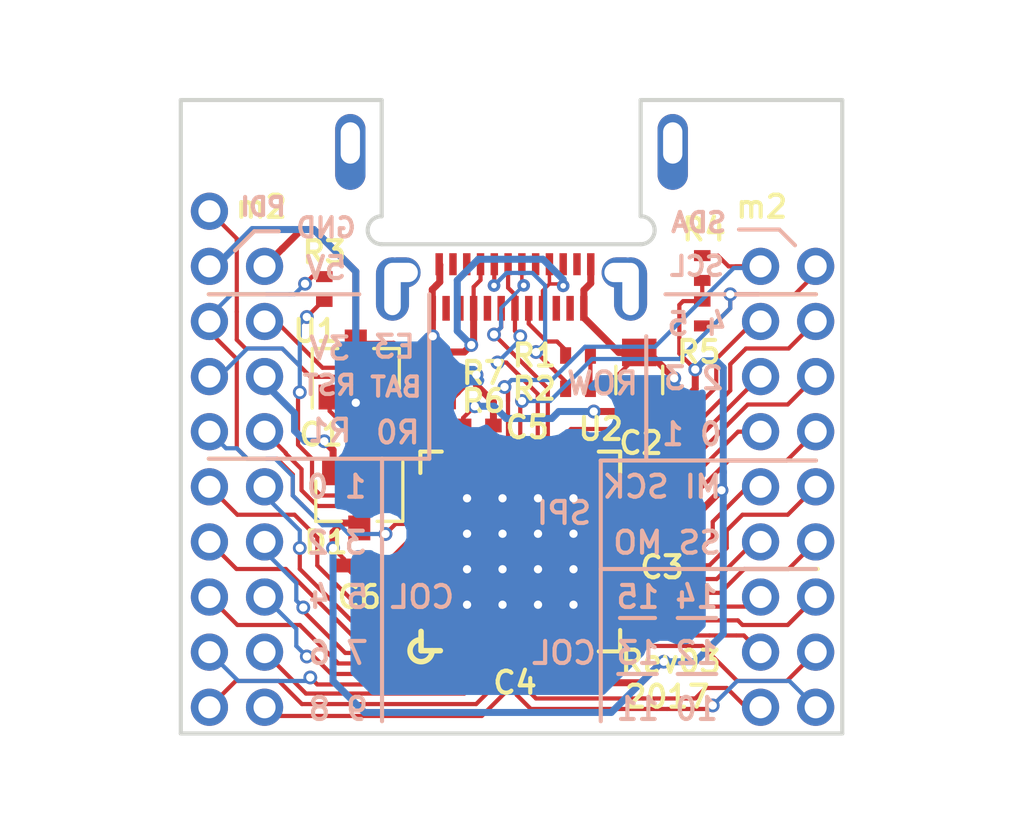
<source format=kicad_pcb>
(kicad_pcb (version 4) (host pcbnew 4.0.7)

  (general
    (links 105)
    (no_connects 3)
    (area 195.885999 92.888999 220.039001 116.026001)
    (thickness 1.6)
    (drawings 65)
    (tracks 649)
    (zones 0)
    (modules 22)
    (nets 55)
  )

  (page A4)
  (layers
    (0 F.Cu signal)
    (31 B.Cu signal)
    (32 B.Adhes user)
    (33 F.Adhes user)
    (34 B.Paste user)
    (35 F.Paste user)
    (36 B.SilkS user)
    (37 F.SilkS user)
    (38 B.Mask user)
    (39 F.Mask user)
    (40 Dwgs.User user)
    (41 Cmts.User user)
    (42 Eco1.User user)
    (43 Eco2.User user)
    (44 Edge.Cuts user)
    (45 Margin user)
    (46 B.CrtYd user)
    (47 F.CrtYd user)
    (48 B.Fab user)
    (49 F.Fab user)
  )

  (setup
    (last_trace_width 0.1524)
    (trace_clearance 0.1524)
    (zone_clearance 0.508)
    (zone_45_only no)
    (trace_min 0.127)
    (segment_width 0.15)
    (edge_width 0.15)
    (via_size 0.5)
    (via_drill 0.3)
    (via_min_size 0.4572)
    (via_min_drill 0.2032)
    (uvia_size 0.3)
    (uvia_drill 0.1)
    (uvias_allowed no)
    (uvia_min_size 0)
    (uvia_min_drill 0)
    (pcb_text_width 0.3)
    (pcb_text_size 1.5 1.5)
    (mod_edge_width 0.15)
    (mod_text_size 1 1)
    (mod_text_width 0.15)
    (pad_size 3 3)
    (pad_drill 2.2)
    (pad_to_mask_clearance 0.0381)
    (solder_mask_min_width 0.0508)
    (pad_to_paste_clearance -0.07)
    (aux_axis_origin 0 0)
    (visible_elements FFFEFF1F)
    (pcbplotparams
      (layerselection 0x010f8_80000001)
      (usegerberextensions true)
      (excludeedgelayer true)
      (linewidth 0.100000)
      (plotframeref false)
      (viasonmask false)
      (mode 1)
      (useauxorigin false)
      (hpglpennumber 1)
      (hpglpenspeed 20)
      (hpglpendiameter 15)
      (hpglpenoverlay 2)
      (psnegative false)
      (psa4output false)
      (plotreference true)
      (plotvalue true)
      (plotinvisibletext false)
      (padsonsilk false)
      (subtractmaskfromsilk false)
      (outputformat 1)
      (mirror false)
      (drillshape 0)
      (scaleselection 1)
      (outputdirectory test-gerber))
  )

  (net 0 "")
  (net 1 +5V)
  (net 2 GND)
  (net 3 +3V3)
  (net 4 "Net-(J1-Pad0)")
  (net 5 "Net-(J1-PadA2)")
  (net 6 "Net-(J1-PadA3)")
  (net 7 "Net-(J1-PadA5)")
  (net 8 /D+)
  (net 9 /D-)
  (net 10 "Net-(J1-PadA8)")
  (net 11 "Net-(J1-PadA10)")
  (net 12 "Net-(J1-PadA11)")
  (net 13 "Net-(J1-PadB11)")
  (net 14 "Net-(J1-PadB10)")
  (net 15 "Net-(J1-PadB8)")
  (net 16 "Net-(J1-PadB5)")
  (net 17 "Net-(J1-PadB3)")
  (net 18 "Net-(J1-PadB2)")
  (net 19 /PE3)
  (net 20 /PDI)
  (net 21 /PCL)
  (net 22 /PR1)
  (net 23 /PA0)
  (net 24 /PA1)
  (net 25 /PA2)
  (net 26 /PA3)
  (net 27 /PA4)
  (net 28 /PA5)
  (net 29 /PA6)
  (net 30 /PA7)
  (net 31 /PB0)
  (net 32 /PB1)
  (net 33 /PE1)
  (net 34 /PE0)
  (net 35 /PD5)
  (net 36 /PD4)
  (net 37 /PD3)
  (net 38 /PD2)
  (net 39 /PD1)
  (net 40 /PD0)
  (net 41 /PC7)
  (net 42 /PC6)
  (net 43 /PC5)
  (net 44 /PC4)
  (net 45 /PC3)
  (net 46 /PC2)
  (net 47 /PC1)
  (net 48 /PC0)
  (net 49 /PB3)
  (net 50 /PB2)
  (net 51 "Net-(C1-Pad2)")
  (net 52 "Net-(R6-Pad2)")
  (net 53 /PR0)
  (net 54 +BATT)

  (net_class Default "This is the default net class."
    (clearance 0.1524)
    (trace_width 0.1524)
    (via_dia 0.5)
    (via_drill 0.3)
    (uvia_dia 0.3)
    (uvia_drill 0.1)
    (add_net +BATT)
    (add_net /D+)
    (add_net /PA0)
    (add_net /PA1)
    (add_net /PA2)
    (add_net /PA3)
    (add_net /PA4)
    (add_net /PA5)
    (add_net /PA6)
    (add_net /PA7)
    (add_net /PB0)
    (add_net /PB1)
    (add_net /PB2)
    (add_net /PB3)
    (add_net /PC0)
    (add_net /PC1)
    (add_net /PC2)
    (add_net /PC3)
    (add_net /PC4)
    (add_net /PC5)
    (add_net /PC6)
    (add_net /PC7)
    (add_net /PCL)
    (add_net /PD0)
    (add_net /PD1)
    (add_net /PD2)
    (add_net /PD3)
    (add_net /PD4)
    (add_net /PD5)
    (add_net /PDI)
    (add_net /PE0)
    (add_net /PE1)
    (add_net /PE3)
    (add_net /PR0)
    (add_net /PR1)
    (add_net "Net-(C1-Pad2)")
    (add_net "Net-(J1-Pad0)")
    (add_net "Net-(J1-PadA10)")
    (add_net "Net-(J1-PadA11)")
    (add_net "Net-(J1-PadA2)")
    (add_net "Net-(J1-PadA3)")
    (add_net "Net-(J1-PadA8)")
    (add_net "Net-(J1-PadB10)")
    (add_net "Net-(J1-PadB11)")
    (add_net "Net-(J1-PadB2)")
    (add_net "Net-(J1-PadB3)")
    (add_net "Net-(J1-PadB8)")
    (add_net "Net-(R6-Pad2)")
  )

  (net_class 5v ""
    (clearance 0.1524)
    (trace_width 0.254)
    (via_dia 0.5)
    (via_drill 0.3)
    (uvia_dia 0.3)
    (uvia_drill 0.1)
    (add_net +5V)
  )

  (net_class temp ""
    (clearance 0.1524)
    (trace_width 0.1524)
    (via_dia 0.5)
    (via_drill 0.3)
    (uvia_dia 0.3)
    (uvia_drill 0.1)
    (add_net +3V3)
    (add_net GND)
  )

  (net_class tiny ""
    (clearance 0.127)
    (trace_width 0.127)
    (via_dia 0.4572)
    (via_drill 0.2032)
    (uvia_dia 0.3)
    (uvia_drill 0.1)
    (add_net /D-)
    (add_net "Net-(J1-PadA5)")
    (add_net "Net-(J1-PadB5)")
  )

  (net_class vbat ""
    (clearance 0.1524)
    (trace_width 0.254)
    (via_dia 0.5)
    (via_drill 0.3)
    (uvia_dia 0.3)
    (uvia_drill 0.1)
  )

  (module Capacitors_SMD:C_0402_NoSilk (layer F.Cu) (tedit 596F249A) (tstamp 59100A6F)
    (at 202.438 109.855 180)
    (descr "Capacitor SMD 0402, reflow soldering, AVX (see smccp.pdf)")
    (tags "capacitor 0402")
    (path /5910037F)
    (attr smd)
    (fp_text reference C6 (at 0 -1.143 180) (layer F.SilkS)
      (effects (font (size 0.8 0.8) (thickness 0.15)))
    )
    (fp_text value 0.1uF (at 0 1.27 180) (layer F.Fab)
      (effects (font (size 1 1) (thickness 0.15)))
    )
    (fp_text user %R (at 0 -1.27 180) (layer F.Fab)
      (effects (font (size 1 1) (thickness 0.15)))
    )
    (fp_line (start -0.5 0.25) (end -0.5 -0.25) (layer F.Fab) (width 0.1))
    (fp_line (start 0.5 0.25) (end -0.5 0.25) (layer F.Fab) (width 0.1))
    (fp_line (start 0.5 -0.25) (end 0.5 0.25) (layer F.Fab) (width 0.1))
    (fp_line (start -0.5 -0.25) (end 0.5 -0.25) (layer F.Fab) (width 0.1))
    (fp_line (start -1 -0.4) (end 1 -0.4) (layer F.CrtYd) (width 0.05))
    (fp_line (start -1 -0.4) (end -1 0.4) (layer F.CrtYd) (width 0.05))
    (fp_line (start 1 0.4) (end 1 -0.4) (layer F.CrtYd) (width 0.05))
    (fp_line (start 1 0.4) (end -1 0.4) (layer F.CrtYd) (width 0.05))
    (pad 1 smd rect (at -0.55 0 180) (size 0.6 0.5) (layers F.Cu F.Paste F.Mask)
      (net 2 GND))
    (pad 2 smd rect (at 0.55 0 180) (size 0.6 0.5) (layers F.Cu F.Paste F.Mask)
      (net 3 +3V3))
    (model Capacitors_SMD.3dshapes/C_0402.wrl
      (at (xyz 0 0 0))
      (scale (xyz 1 1 1))
      (rotate (xyz 0 0 0))
    )
  )

  (module connectors:DX07B024JJ1R1300 (layer F.Cu) (tedit 596D6F94) (tstamp 590FFE5D)
    (at 207.963 99.822 180)
    (path /59BE1328)
    (fp_text reference J1 (at 12.94 9.64 180) (layer Cmts.User)
      (effects (font (size 1 1) (thickness 0.15)))
    )
    (fp_text value USB_TYPE_C (at 2.54 9.55 180) (layer F.Fab)
      (effects (font (size 1 1) (thickness 0.15)))
    )
    (fp_line (start 4.7 6.85) (end 6.7 6.85) (layer F.CrtYd) (width 0.1))
    (fp_line (start -4.7 6.85) (end -6.5 6.85) (layer F.CrtYd) (width 0.1))
    (fp_line (start 4.7 2.6) (end 4.7 6.85) (layer F.CrtYd) (width 0.1))
    (fp_arc (start 4.7 2.1) (end 4.7 1.6) (angle 180) (layer F.CrtYd) (width 0.1))
    (fp_arc (start -4.7 2.1) (end -4.7 1.6) (angle -180) (layer F.CrtYd) (width 0.1))
    (fp_line (start -4.7 2.6) (end -4.7 6.85) (layer F.CrtYd) (width 0.1))
    (fp_line (start -4.7 1.6) (end 4.7 1.6) (layer F.CrtYd) (width 0.1))
    (pad 0 thru_hole oval (at 5.85 5.3 180) (size 1.1 2.75) (drill oval 0.7 1.5 (offset 0 -0.325)) (layers *.Cu *.Mask)
      (net 4 "Net-(J1-Pad0)"))
    (pad B12 smd rect (at -2.875 0.9 180) (size 0.27 0.8) (layers F.Cu F.Paste F.Mask)
      (net 2 GND))
    (pad 0 thru_hole oval (at 4.32 0 180) (size 1.2 2.3) (drill oval 0.6 1.9) (layers *.Cu *.Mask)
      (net 4 "Net-(J1-Pad0)"))
    (pad 0 thru_hole oval (at -3.97 0.6 180) (size 1.4 1.1) (drill oval 1.2 0.7) (layers *.Cu *.Mask)
      (net 4 "Net-(J1-Pad0)"))
    (pad 0 thru_hole oval (at 4 0.6 180) (size 1.4 1.1) (drill oval 1.2 0.7) (layers *.Cu *.Mask)
      (net 4 "Net-(J1-Pad0)"))
    (pad A1 smd rect (at -2.625 -0.7 180) (size 0.27 0.9) (layers F.Cu F.Paste F.Mask)
      (net 2 GND))
    (pad 0 thru_hole oval (at -4.32 0 180) (size 1.2 2.3) (drill oval 0.6 1.9) (layers *.Cu *.Mask)
      (net 4 "Net-(J1-Pad0)"))
    (pad 0 thru_hole oval (at -5.85 5.3 180) (size 1.1 2.75) (drill oval 0.7 1.5 (offset 0 -0.325)) (layers *.Cu *.Mask)
      (net 4 "Net-(J1-Pad0)"))
    (pad A2 smd rect (at -2.125 -0.7 180) (size 0.27 0.9) (layers F.Cu F.Paste F.Mask)
      (net 5 "Net-(J1-PadA2)"))
    (pad A3 smd rect (at -1.625 -0.7 180) (size 0.27 0.9) (layers F.Cu F.Paste F.Mask)
      (net 6 "Net-(J1-PadA3)"))
    (pad A4 smd rect (at -1.125 -0.7 180) (size 0.27 0.9) (layers F.Cu F.Paste F.Mask)
      (net 1 +5V))
    (pad A5 smd rect (at -0.625 -0.7 180) (size 0.27 0.9) (layers F.Cu F.Paste F.Mask)
      (net 7 "Net-(J1-PadA5)"))
    (pad A6 smd rect (at -0.125 -0.7 180) (size 0.27 0.9) (layers F.Cu F.Paste F.Mask)
      (net 8 /D+))
    (pad A7 smd rect (at 0.375 -0.7 180) (size 0.27 0.9) (layers F.Cu F.Paste F.Mask)
      (net 9 /D-))
    (pad A8 smd rect (at 0.875 -0.7 180) (size 0.27 0.9) (layers F.Cu F.Paste F.Mask)
      (net 10 "Net-(J1-PadA8)"))
    (pad A9 smd rect (at 1.375 -0.7 180) (size 0.27 0.9) (layers F.Cu F.Paste F.Mask)
      (net 1 +5V))
    (pad A10 smd rect (at 1.875 -0.7 180) (size 0.27 0.9) (layers F.Cu F.Paste F.Mask)
      (net 11 "Net-(J1-PadA10)"))
    (pad A11 smd rect (at 2.375 -0.7 180) (size 0.27 0.9) (layers F.Cu F.Paste F.Mask)
      (net 12 "Net-(J1-PadA11)"))
    (pad A12 smd rect (at 2.875 -0.7 180) (size 0.27 0.9) (layers F.Cu F.Paste F.Mask)
      (net 2 GND))
    (pad B11 smd rect (at -2.375 0.9 180) (size 0.27 0.8) (layers F.Cu F.Paste F.Mask)
      (net 13 "Net-(J1-PadB11)"))
    (pad B10 smd rect (at -1.875 0.9 180) (size 0.27 0.8) (layers F.Cu F.Paste F.Mask)
      (net 14 "Net-(J1-PadB10)"))
    (pad B9 smd rect (at -1.375 0.9 180) (size 0.27 0.8) (layers F.Cu F.Paste F.Mask)
      (net 1 +5V))
    (pad B8 smd rect (at -0.875 0.9 180) (size 0.27 0.8) (layers F.Cu F.Paste F.Mask)
      (net 15 "Net-(J1-PadB8)"))
    (pad B7 smd rect (at -0.375 0.9 180) (size 0.27 0.8) (layers F.Cu F.Paste F.Mask)
      (net 9 /D-))
    (pad B6 smd rect (at 0.125 0.9 180) (size 0.27 0.8) (layers F.Cu F.Paste F.Mask)
      (net 8 /D+))
    (pad B5 smd rect (at 0.625 0.9 180) (size 0.27 0.8) (layers F.Cu F.Paste F.Mask)
      (net 16 "Net-(J1-PadB5)"))
    (pad B4 smd rect (at 1.125 0.9 180) (size 0.27 0.8) (layers F.Cu F.Paste F.Mask)
      (net 1 +5V))
    (pad B3 smd rect (at 1.625 0.9 180) (size 0.27 0.8) (layers F.Cu F.Paste F.Mask)
      (net 17 "Net-(J1-PadB3)"))
    (pad B2 smd rect (at 2.125 0.9 180) (size 0.27 0.8) (layers F.Cu F.Paste F.Mask)
      (net 18 "Net-(J1-PadB2)"))
    (pad B1 smd rect (at 2.625 0.9 180) (size 0.27 0.8) (layers F.Cu F.Paste F.Mask)
      (net 2 GND))
  )

  (module TO_SOT_Packages_SMD:SOT-23 (layer F.Cu) (tedit 596DFC04) (tstamp 590FFE70)
    (at 202.311 102.743 90)
    (descr "SOT-23, Standard")
    (tags SOT-23)
    (path /59BE1A4B)
    (attr smd)
    (fp_text reference U1 (at 1.397 -1.4605 180) (layer F.SilkS)
      (effects (font (size 0.8 0.8) (thickness 0.15)))
    )
    (fp_text value MCP1700-3302E_SOT23 (at 0 2.5 90) (layer F.Fab)
      (effects (font (size 1 1) (thickness 0.15)))
    )
    (fp_text user %R (at 0 0 90) (layer F.Fab)
      (effects (font (size 0.5 0.5) (thickness 0.075)))
    )
    (fp_line (start -0.7 -0.95) (end -0.7 1.5) (layer F.Fab) (width 0.1))
    (fp_line (start -0.15 -1.52) (end 0.7 -1.52) (layer F.Fab) (width 0.1))
    (fp_line (start -0.7 -0.95) (end -0.15 -1.52) (layer F.Fab) (width 0.1))
    (fp_line (start 0.7 -1.52) (end 0.7 1.52) (layer F.Fab) (width 0.1))
    (fp_line (start -0.7 1.52) (end 0.7 1.52) (layer F.Fab) (width 0.1))
    (fp_line (start 0.76 1.58) (end 0.76 0.65) (layer F.SilkS) (width 0.12))
    (fp_line (start 0.76 -1.58) (end 0.76 -0.65) (layer F.SilkS) (width 0.12))
    (fp_line (start -1.7 -1.75) (end 1.7 -1.75) (layer F.CrtYd) (width 0.05))
    (fp_line (start 1.7 -1.75) (end 1.7 1.75) (layer F.CrtYd) (width 0.05))
    (fp_line (start 1.7 1.75) (end -1.7 1.75) (layer F.CrtYd) (width 0.05))
    (fp_line (start -1.7 1.75) (end -1.7 -1.75) (layer F.CrtYd) (width 0.05))
    (fp_line (start 0.76 -1.58) (end -1.4 -1.58) (layer F.SilkS) (width 0.12))
    (fp_line (start 0.76 1.58) (end -0.7 1.58) (layer F.SilkS) (width 0.12))
    (pad 1 smd rect (at -1 -0.95 90) (size 0.9 0.8) (layers F.Cu F.Paste F.Mask)
      (net 2 GND))
    (pad 2 smd rect (at -1 0.95 90) (size 0.9 0.8) (layers F.Cu F.Paste F.Mask)
      (net 51 "Net-(C1-Pad2)"))
    (pad 3 smd rect (at 1 0 90) (size 0.9 0.8) (layers F.Cu F.Paste F.Mask)
      (net 1 +5V))
    (model ${KISYS3DMOD}/TO_SOT_Packages_SMD.3dshapes/SOT-23.wrl
      (at (xyz 0 0 0))
      (scale (xyz 1 1 1))
      (rotate (xyz 0 0 0))
    )
  )

  (module Mounting_Holes:MountingHole_2.2mm_M2 locked (layer F.Cu) (tedit 5910EA1F) (tstamp 591005CD)
    (at 198.882 94.996)
    (descr "Mounting Hole 2.2mm, no annular, M2")
    (tags "mounting hole 2.2mm no annular m2")
    (fp_text reference REF** (at 0 -3.2) (layer F.SilkS) hide
      (effects (font (size 1 1) (thickness 0.15)))
    )
    (fp_text value MountingHole_2.2mm_M2 (at 0 3.2) (layer F.Fab)
      (effects (font (size 1 1) (thickness 0.15)))
    )
    (fp_circle (center 0 0) (end 2.2 0) (layer Cmts.User) (width 0.15))
    (fp_circle (center 0 0) (end 2.45 0) (layer F.CrtYd) (width 0.05))
    (pad 1 np_thru_hole circle (at 0 0) (size 2.2 2.2) (drill 2.2) (layers *.Cu *.Mask))
  )

  (module Mounting_Holes:MountingHole_2.2mm_M2 locked (layer F.Cu) (tedit 5910EA24) (tstamp 59100503)
    (at 217.043 94.996)
    (descr "Mounting Hole 2.2mm, no annular, M2")
    (tags "mounting hole 2.2mm no annular m2")
    (fp_text reference REF** (at 0 -3.2) (layer F.SilkS) hide
      (effects (font (size 1 1) (thickness 0.15)))
    )
    (fp_text value MountingHole_2.2mm_M2 (at 0 3.2) (layer F.Fab)
      (effects (font (size 1 1) (thickness 0.15)))
    )
    (fp_circle (center 0 0) (end 2.2 0) (layer Cmts.User) (width 0.15))
    (fp_circle (center 0 0) (end 2.45 0) (layer F.CrtYd) (width 0.05))
    (pad 1 np_thru_hole circle (at 0 0) (size 2.2 2.2) (drill 2.2) (layers *.Cu *.Mask))
  )

  (module Resistors_SMD:R_0402_NoSilk (layer F.Cu) (tedit 596DFB4E) (tstamp 59100981)
    (at 210.3755 102.235)
    (descr "Resistor SMD 0402, reflow soldering, Vishay (see dcrcw.pdf)")
    (tags "resistor 0402")
    (path /59100D83)
    (attr smd)
    (fp_text reference R1 (at -1.5875 0) (layer F.SilkS)
      (effects (font (size 0.8 0.8) (thickness 0.15)))
    )
    (fp_text value 5.1k (at 0 1.25) (layer F.Fab)
      (effects (font (size 1 1) (thickness 0.15)))
    )
    (fp_text user %R (at 2.2225 0.0635) (layer F.Fab)
      (effects (font (size 1 1) (thickness 0.15)))
    )
    (fp_line (start -0.5 0.25) (end -0.5 -0.25) (layer F.Fab) (width 0.1))
    (fp_line (start 0.5 0.25) (end -0.5 0.25) (layer F.Fab) (width 0.1))
    (fp_line (start 0.5 -0.25) (end 0.5 0.25) (layer F.Fab) (width 0.1))
    (fp_line (start -0.5 -0.25) (end 0.5 -0.25) (layer F.Fab) (width 0.1))
    (fp_line (start -0.8 -0.45) (end 0.8 -0.45) (layer F.CrtYd) (width 0.05))
    (fp_line (start -0.8 -0.45) (end -0.8 0.45) (layer F.CrtYd) (width 0.05))
    (fp_line (start 0.8 0.45) (end 0.8 -0.45) (layer F.CrtYd) (width 0.05))
    (fp_line (start 0.8 0.45) (end -0.8 0.45) (layer F.CrtYd) (width 0.05))
    (pad 1 smd rect (at -0.45 0) (size 0.4 0.6) (layers F.Cu F.Paste F.Mask)
      (net 7 "Net-(J1-PadA5)"))
    (pad 2 smd rect (at 0.45 0) (size 0.4 0.6) (layers F.Cu F.Paste F.Mask)
      (net 2 GND))
    (model ${KISYS3DMOD}/Resistors_SMD.3dshapes/R_0402.wrl
      (at (xyz 0 0 0))
      (scale (xyz 1 1 1))
      (rotate (xyz 0 0 0))
    )
  )

  (module Resistors_SMD:R_0402_NoSilk (layer F.Cu) (tedit 596DFB4F) (tstamp 59100986)
    (at 210.3755 103.4415)
    (descr "Resistor SMD 0402, reflow soldering, Vishay (see dcrcw.pdf)")
    (tags "resistor 0402")
    (path /59100DF9)
    (attr smd)
    (fp_text reference R2 (at -1.5875 0) (layer F.SilkS)
      (effects (font (size 0.8 0.8) (thickness 0.15)))
    )
    (fp_text value 5.1k (at 0 1.25) (layer F.Fab)
      (effects (font (size 1 1) (thickness 0.15)))
    )
    (fp_text user %R (at 2.2225 0.381) (layer F.Fab)
      (effects (font (size 1 1) (thickness 0.15)))
    )
    (fp_line (start -0.5 0.25) (end -0.5 -0.25) (layer F.Fab) (width 0.1))
    (fp_line (start 0.5 0.25) (end -0.5 0.25) (layer F.Fab) (width 0.1))
    (fp_line (start 0.5 -0.25) (end 0.5 0.25) (layer F.Fab) (width 0.1))
    (fp_line (start -0.5 -0.25) (end 0.5 -0.25) (layer F.Fab) (width 0.1))
    (fp_line (start -0.8 -0.45) (end 0.8 -0.45) (layer F.CrtYd) (width 0.05))
    (fp_line (start -0.8 -0.45) (end -0.8 0.45) (layer F.CrtYd) (width 0.05))
    (fp_line (start 0.8 0.45) (end 0.8 -0.45) (layer F.CrtYd) (width 0.05))
    (fp_line (start 0.8 0.45) (end -0.8 0.45) (layer F.CrtYd) (width 0.05))
    (pad 1 smd rect (at -0.45 0) (size 0.4 0.6) (layers F.Cu F.Paste F.Mask)
      (net 16 "Net-(J1-PadB5)"))
    (pad 2 smd rect (at 0.45 0) (size 0.4 0.6) (layers F.Cu F.Paste F.Mask)
      (net 2 GND))
    (model ${KISYS3DMOD}/Resistors_SMD.3dshapes/R_0402.wrl
      (at (xyz 0 0 0))
      (scale (xyz 1 1 1))
      (rotate (xyz 0 0 0))
    )
  )

  (module Capacitors_SMD:C_0402_NoSilk (layer F.Cu) (tedit 596DFB86) (tstamp 59100A60)
    (at 213.4235 108.839)
    (descr "Capacitor SMD 0402, reflow soldering, AVX (see smccp.pdf)")
    (tags "capacitor 0402")
    (path /59100348)
    (attr smd)
    (fp_text reference C3 (at 0 1.0795 180) (layer F.SilkS)
      (effects (font (size 0.8 0.8) (thickness 0.15)))
    )
    (fp_text value 0.1uF (at 0 1.27) (layer F.Fab)
      (effects (font (size 1 1) (thickness 0.15)))
    )
    (fp_text user %R (at 0 -1.27) (layer F.Fab)
      (effects (font (size 1 1) (thickness 0.15)))
    )
    (fp_line (start -0.5 0.25) (end -0.5 -0.25) (layer F.Fab) (width 0.1))
    (fp_line (start 0.5 0.25) (end -0.5 0.25) (layer F.Fab) (width 0.1))
    (fp_line (start 0.5 -0.25) (end 0.5 0.25) (layer F.Fab) (width 0.1))
    (fp_line (start -0.5 -0.25) (end 0.5 -0.25) (layer F.Fab) (width 0.1))
    (fp_line (start -1 -0.4) (end 1 -0.4) (layer F.CrtYd) (width 0.05))
    (fp_line (start -1 -0.4) (end -1 0.4) (layer F.CrtYd) (width 0.05))
    (fp_line (start 1 0.4) (end 1 -0.4) (layer F.CrtYd) (width 0.05))
    (fp_line (start 1 0.4) (end -1 0.4) (layer F.CrtYd) (width 0.05))
    (pad 1 smd rect (at -0.55 0) (size 0.6 0.5) (layers F.Cu F.Paste F.Mask)
      (net 2 GND))
    (pad 2 smd rect (at 0.55 0) (size 0.6 0.5) (layers F.Cu F.Paste F.Mask)
      (net 3 +3V3))
    (model Capacitors_SMD.3dshapes/C_0402.wrl
      (at (xyz 0 0 0))
      (scale (xyz 1 1 1))
      (rotate (xyz 0 0 0))
    )
  )

  (module Capacitors_SMD:C_0402_NoSilk (layer F.Cu) (tedit 596D704F) (tstamp 59100A65)
    (at 209.8675 114.1095)
    (descr "Capacitor SMD 0402, reflow soldering, AVX (see smccp.pdf)")
    (tags "capacitor 0402")
    (path /591002C8)
    (attr smd)
    (fp_text reference C4 (at -1.778 0) (layer F.SilkS)
      (effects (font (size 0.8 0.8) (thickness 0.15)))
    )
    (fp_text value 0.1uF (at 0 1.27) (layer F.Fab)
      (effects (font (size 1 1) (thickness 0.15)))
    )
    (fp_text user %R (at 0 -1.27) (layer F.Fab)
      (effects (font (size 1 1) (thickness 0.15)))
    )
    (fp_line (start -0.5 0.25) (end -0.5 -0.25) (layer F.Fab) (width 0.1))
    (fp_line (start 0.5 0.25) (end -0.5 0.25) (layer F.Fab) (width 0.1))
    (fp_line (start 0.5 -0.25) (end 0.5 0.25) (layer F.Fab) (width 0.1))
    (fp_line (start -0.5 -0.25) (end 0.5 -0.25) (layer F.Fab) (width 0.1))
    (fp_line (start -1 -0.4) (end 1 -0.4) (layer F.CrtYd) (width 0.05))
    (fp_line (start -1 -0.4) (end -1 0.4) (layer F.CrtYd) (width 0.05))
    (fp_line (start 1 0.4) (end 1 -0.4) (layer F.CrtYd) (width 0.05))
    (fp_line (start 1 0.4) (end -1 0.4) (layer F.CrtYd) (width 0.05))
    (pad 1 smd rect (at -0.55 0) (size 0.6 0.5) (layers F.Cu F.Paste F.Mask)
      (net 2 GND))
    (pad 2 smd rect (at 0.55 0) (size 0.6 0.5) (layers F.Cu F.Paste F.Mask)
      (net 3 +3V3))
    (model Capacitors_SMD.3dshapes/C_0402.wrl
      (at (xyz 0 0 0))
      (scale (xyz 1 1 1))
      (rotate (xyz 0 0 0))
    )
  )

  (module Capacitors_SMD:C_0402_NoSilk (layer F.Cu) (tedit 596DFB52) (tstamp 59100A6A)
    (at 206.756 104.775 180)
    (descr "Capacitor SMD 0402, reflow soldering, AVX (see smccp.pdf)")
    (tags "capacitor 0402")
    (path /59100318)
    (attr smd)
    (fp_text reference C5 (at -1.778 -0.0635 180) (layer F.SilkS)
      (effects (font (size 0.8 0.8) (thickness 0.15)))
    )
    (fp_text value 0.1uF (at 0 1.27 180) (layer F.Fab)
      (effects (font (size 1 1) (thickness 0.15)))
    )
    (fp_text user %R (at 0 -1.27 180) (layer F.Fab)
      (effects (font (size 1 1) (thickness 0.15)))
    )
    (fp_line (start -0.5 0.25) (end -0.5 -0.25) (layer F.Fab) (width 0.1))
    (fp_line (start 0.5 0.25) (end -0.5 0.25) (layer F.Fab) (width 0.1))
    (fp_line (start 0.5 -0.25) (end 0.5 0.25) (layer F.Fab) (width 0.1))
    (fp_line (start -0.5 -0.25) (end 0.5 -0.25) (layer F.Fab) (width 0.1))
    (fp_line (start -1 -0.4) (end 1 -0.4) (layer F.CrtYd) (width 0.05))
    (fp_line (start -1 -0.4) (end -1 0.4) (layer F.CrtYd) (width 0.05))
    (fp_line (start 1 0.4) (end 1 -0.4) (layer F.CrtYd) (width 0.05))
    (fp_line (start 1 0.4) (end -1 0.4) (layer F.CrtYd) (width 0.05))
    (pad 1 smd rect (at -0.55 0 180) (size 0.6 0.5) (layers F.Cu F.Paste F.Mask)
      (net 2 GND))
    (pad 2 smd rect (at 0.55 0 180) (size 0.6 0.5) (layers F.Cu F.Paste F.Mask)
      (net 3 +3V3))
    (model Capacitors_SMD.3dshapes/C_0402.wrl
      (at (xyz 0 0 0))
      (scale (xyz 1 1 1))
      (rotate (xyz 0 0 0))
    )
  )

  (module Capacitors_SMD:C_0402_NoSilk (layer F.Cu) (tedit 596DFD5C) (tstamp 5912FC95)
    (at 202.7682 105.1052)
    (descr "Capacitor SMD 0402, reflow soldering, AVX (see smccp.pdf)")
    (tags "capacitor 0402")
    (path /5912FD33)
    (attr smd)
    (fp_text reference C1 (at -1.7145 0) (layer F.SilkS)
      (effects (font (size 0.8 0.8) (thickness 0.15)))
    )
    (fp_text value 1uF (at 0 1.27) (layer F.Fab)
      (effects (font (size 1 1) (thickness 0.15)))
    )
    (fp_text user %R (at 0 -1.27) (layer F.Fab)
      (effects (font (size 1 1) (thickness 0.15)))
    )
    (fp_line (start -0.5 0.25) (end -0.5 -0.25) (layer F.Fab) (width 0.1))
    (fp_line (start 0.5 0.25) (end -0.5 0.25) (layer F.Fab) (width 0.1))
    (fp_line (start 0.5 -0.25) (end 0.5 0.25) (layer F.Fab) (width 0.1))
    (fp_line (start -0.5 -0.25) (end 0.5 -0.25) (layer F.Fab) (width 0.1))
    (fp_line (start -1 -0.4) (end 1 -0.4) (layer F.CrtYd) (width 0.05))
    (fp_line (start -1 -0.4) (end -1 0.4) (layer F.CrtYd) (width 0.05))
    (fp_line (start 1 0.4) (end 1 -0.4) (layer F.CrtYd) (width 0.05))
    (fp_line (start 1 0.4) (end -1 0.4) (layer F.CrtYd) (width 0.05))
    (pad 1 smd rect (at -0.55 0) (size 0.6 0.5) (layers F.Cu F.Paste F.Mask)
      (net 2 GND))
    (pad 2 smd rect (at 0.55 0) (size 0.6 0.5) (layers F.Cu F.Paste F.Mask)
      (net 51 "Net-(C1-Pad2)"))
    (model Capacitors_SMD.3dshapes/C_0402.wrl
      (at (xyz 0 0 0))
      (scale (xyz 1 1 1))
      (rotate (xyz 0 0 0))
    )
  )

  (module Capacitors_SMD:C_0805 (layer F.Cu) (tedit 596DFB8B) (tstamp 5917FFBB)
    (at 212.598 103.124 270)
    (descr "Capacitor SMD 0805, reflow soldering, AVX (see smccp.pdf)")
    (tags "capacitor 0805")
    (path /5918049E)
    (attr smd)
    (fp_text reference C2 (at 2.286 -0.0635 360) (layer F.SilkS)
      (effects (font (size 0.8 0.8) (thickness 0.15)))
    )
    (fp_text value 10uF (at 0 1.75 270) (layer F.Fab)
      (effects (font (size 1 1) (thickness 0.15)))
    )
    (fp_text user %R (at 0 -1.5 270) (layer F.Fab)
      (effects (font (size 1 1) (thickness 0.15)))
    )
    (fp_line (start -1 0.62) (end -1 -0.62) (layer F.Fab) (width 0.1))
    (fp_line (start 1 0.62) (end -1 0.62) (layer F.Fab) (width 0.1))
    (fp_line (start 1 -0.62) (end 1 0.62) (layer F.Fab) (width 0.1))
    (fp_line (start -1 -0.62) (end 1 -0.62) (layer F.Fab) (width 0.1))
    (fp_line (start 0.5 -0.85) (end -0.5 -0.85) (layer F.SilkS) (width 0.12))
    (fp_line (start -0.5 0.85) (end 0.5 0.85) (layer F.SilkS) (width 0.12))
    (fp_line (start -1.75 -0.88) (end 1.75 -0.88) (layer F.CrtYd) (width 0.05))
    (fp_line (start -1.75 -0.88) (end -1.75 0.87) (layer F.CrtYd) (width 0.05))
    (fp_line (start 1.75 0.87) (end 1.75 -0.88) (layer F.CrtYd) (width 0.05))
    (fp_line (start 1.75 0.87) (end -1.75 0.87) (layer F.CrtYd) (width 0.05))
    (pad 1 smd rect (at -1 0 270) (size 1 1.25) (layers F.Cu F.Paste F.Mask)
      (net 2 GND))
    (pad 2 smd rect (at 1 0 270) (size 1 1.25) (layers F.Cu F.Paste F.Mask)
      (net 3 +3V3))
    (model Capacitors_SMD.3dshapes/C_0805.wrl
      (at (xyz 0 0 0))
      (scale (xyz 1 1 1))
      (rotate (xyz 0 0 0))
    )
  )

  (module Resistors_SMD:R_0402_NoSilk (layer F.Cu) (tedit 596DFBFC) (tstamp 59181013)
    (at 201.168 99.822 270)
    (descr "Resistor SMD 0402, reflow soldering, Vishay (see dcrcw.pdf)")
    (tags "resistor 0402")
    (path /5918161D)
    (attr smd)
    (fp_text reference R3 (at -1.3335 0 540) (layer F.SilkS)
      (effects (font (size 0.8 0.8) (thickness 0.15)))
    )
    (fp_text value 10k (at 0 1.25 270) (layer F.Fab)
      (effects (font (size 1 1) (thickness 0.15)))
    )
    (fp_text user %R (at 0 -1.2 270) (layer F.Fab)
      (effects (font (size 1 1) (thickness 0.15)))
    )
    (fp_line (start -0.5 0.25) (end -0.5 -0.25) (layer F.Fab) (width 0.1))
    (fp_line (start 0.5 0.25) (end -0.5 0.25) (layer F.Fab) (width 0.1))
    (fp_line (start 0.5 -0.25) (end 0.5 0.25) (layer F.Fab) (width 0.1))
    (fp_line (start -0.5 -0.25) (end 0.5 -0.25) (layer F.Fab) (width 0.1))
    (fp_line (start -0.8 -0.45) (end 0.8 -0.45) (layer F.CrtYd) (width 0.05))
    (fp_line (start -0.8 -0.45) (end -0.8 0.45) (layer F.CrtYd) (width 0.05))
    (fp_line (start 0.8 0.45) (end 0.8 -0.45) (layer F.CrtYd) (width 0.05))
    (fp_line (start 0.8 0.45) (end -0.8 0.45) (layer F.CrtYd) (width 0.05))
    (pad 1 smd rect (at -0.45 0 270) (size 0.4 0.6) (layers F.Cu F.Paste F.Mask)
      (net 3 +3V3))
    (pad 2 smd rect (at 0.45 0 270) (size 0.4 0.6) (layers F.Cu F.Paste F.Mask)
      (net 21 /PCL))
    (model ${KISYS3DMOD}/Resistors_SMD.3dshapes/R_0402.wrl
      (at (xyz 0 0 0))
      (scale (xyz 1 1 1))
      (rotate (xyz 0 0 0))
    )
  )

  (module Resistors_SMD:R_0402_NoSilk (layer F.Cu) (tedit 596F2A6C) (tstamp 5918450D)
    (at 214.884 99.06 90)
    (descr "Resistor SMD 0402, reflow soldering, Vishay (see dcrcw.pdf)")
    (tags "resistor 0402")
    (path /591846D9)
    (attr smd)
    (fp_text reference R4 (at 1.397 0.0635 360) (layer F.SilkS)
      (effects (font (size 0.8 0.8) (thickness 0.15)))
    )
    (fp_text value 10k (at 0 1.25 90) (layer F.Fab)
      (effects (font (size 1 1) (thickness 0.15)))
    )
    (fp_text user %R (at 0 -1.2 90) (layer F.Fab)
      (effects (font (size 1 1) (thickness 0.15)))
    )
    (fp_line (start -0.5 0.25) (end -0.5 -0.25) (layer F.Fab) (width 0.1))
    (fp_line (start 0.5 0.25) (end -0.5 0.25) (layer F.Fab) (width 0.1))
    (fp_line (start 0.5 -0.25) (end 0.5 0.25) (layer F.Fab) (width 0.1))
    (fp_line (start -0.5 -0.25) (end 0.5 -0.25) (layer F.Fab) (width 0.1))
    (fp_line (start -0.8 -0.45) (end 0.8 -0.45) (layer F.CrtYd) (width 0.05))
    (fp_line (start -0.8 -0.45) (end -0.8 0.45) (layer F.CrtYd) (width 0.05))
    (fp_line (start 0.8 0.45) (end 0.8 -0.45) (layer F.CrtYd) (width 0.05))
    (fp_line (start 0.8 0.45) (end -0.8 0.45) (layer F.CrtYd) (width 0.05))
    (pad 1 smd rect (at -0.45 0 90) (size 0.4 0.6) (layers F.Cu F.Paste F.Mask)
      (net 3 +3V3))
    (pad 2 smd rect (at 0.45 0 90) (size 0.4 0.6) (layers F.Cu F.Paste F.Mask)
      (net 33 /PE1))
    (model ${KISYS3DMOD}/Resistors_SMD.3dshapes/R_0402.wrl
      (at (xyz 0 0 0))
      (scale (xyz 1 1 1))
      (rotate (xyz 0 0 0))
    )
  )

  (module Resistors_SMD:R_0402_NoSilk (layer F.Cu) (tedit 596F2A73) (tstamp 59184513)
    (at 214.884 100.711 270)
    (descr "Resistor SMD 0402, reflow soldering, Vishay (see dcrcw.pdf)")
    (tags "resistor 0402")
    (path /5918472E)
    (attr smd)
    (fp_text reference R5 (at 1.397 0.127 540) (layer F.SilkS)
      (effects (font (size 0.8 0.8) (thickness 0.15)))
    )
    (fp_text value 10k (at 0 1.25 270) (layer F.Fab)
      (effects (font (size 1 1) (thickness 0.15)))
    )
    (fp_text user %R (at 0 -1.2 270) (layer F.Fab)
      (effects (font (size 1 1) (thickness 0.15)))
    )
    (fp_line (start -0.5 0.25) (end -0.5 -0.25) (layer F.Fab) (width 0.1))
    (fp_line (start 0.5 0.25) (end -0.5 0.25) (layer F.Fab) (width 0.1))
    (fp_line (start 0.5 -0.25) (end 0.5 0.25) (layer F.Fab) (width 0.1))
    (fp_line (start -0.5 -0.25) (end 0.5 -0.25) (layer F.Fab) (width 0.1))
    (fp_line (start -0.8 -0.45) (end 0.8 -0.45) (layer F.CrtYd) (width 0.05))
    (fp_line (start -0.8 -0.45) (end -0.8 0.45) (layer F.CrtYd) (width 0.05))
    (fp_line (start 0.8 0.45) (end 0.8 -0.45) (layer F.CrtYd) (width 0.05))
    (fp_line (start 0.8 0.45) (end -0.8 0.45) (layer F.CrtYd) (width 0.05))
    (pad 1 smd rect (at -0.45 0 270) (size 0.4 0.6) (layers F.Cu F.Paste F.Mask)
      (net 3 +3V3))
    (pad 2 smd rect (at 0.45 0 270) (size 0.4 0.6) (layers F.Cu F.Paste F.Mask)
      (net 34 /PE0))
    (model ${KISYS3DMOD}/Resistors_SMD.3dshapes/R_0402.wrl
      (at (xyz 0 0 0))
      (scale (xyz 1 1 1))
      (rotate (xyz 0 0 0))
    )
  )

  (module TO_SOT_Packages_SMD:SOT-23 (layer F.Cu) (tedit 596DFC38) (tstamp 596DA61A)
    (at 202.438 107.4928 270)
    (descr "SOT-23, Standard")
    (tags SOT-23)
    (path /596D9841)
    (attr smd)
    (fp_text reference D1 (at 1.524 1.2065 360) (layer F.SilkS)
      (effects (font (size 0.8 0.8) (thickness 0.15)))
    )
    (fp_text value D_Schottky_x2_KCom_AAK (at 0 2.5 270) (layer F.Fab)
      (effects (font (size 1 1) (thickness 0.15)))
    )
    (fp_text user %R (at 0 0 270) (layer F.Fab)
      (effects (font (size 0.5 0.5) (thickness 0.075)))
    )
    (fp_line (start -0.7 -0.95) (end -0.7 1.5) (layer F.Fab) (width 0.1))
    (fp_line (start -0.15 -1.52) (end 0.7 -1.52) (layer F.Fab) (width 0.1))
    (fp_line (start -0.7 -0.95) (end -0.15 -1.52) (layer F.Fab) (width 0.1))
    (fp_line (start 0.7 -1.52) (end 0.7 1.52) (layer F.Fab) (width 0.1))
    (fp_line (start -0.7 1.52) (end 0.7 1.52) (layer F.Fab) (width 0.1))
    (fp_line (start 0.76 1.58) (end 0.76 0.65) (layer F.SilkS) (width 0.12))
    (fp_line (start 0.76 -1.58) (end 0.76 -0.65) (layer F.SilkS) (width 0.12))
    (fp_line (start -1.7 -1.75) (end 1.7 -1.75) (layer F.CrtYd) (width 0.05))
    (fp_line (start 1.7 -1.75) (end 1.7 1.75) (layer F.CrtYd) (width 0.05))
    (fp_line (start 1.7 1.75) (end -1.7 1.75) (layer F.CrtYd) (width 0.05))
    (fp_line (start -1.7 1.75) (end -1.7 -1.75) (layer F.CrtYd) (width 0.05))
    (fp_line (start 0.76 -1.58) (end -1.4 -1.58) (layer F.SilkS) (width 0.12))
    (fp_line (start 0.76 1.58) (end -0.7 1.58) (layer F.SilkS) (width 0.12))
    (pad 1 smd rect (at -1 -0.95 270) (size 0.9 0.8) (layers F.Cu F.Paste F.Mask)
      (net 51 "Net-(C1-Pad2)"))
    (pad 2 smd rect (at -1 0.95 270) (size 0.9 0.8) (layers F.Cu F.Paste F.Mask)
      (net 54 +BATT))
    (pad 3 smd rect (at 1 0 270) (size 0.9 0.8) (layers F.Cu F.Paste F.Mask)
      (net 3 +3V3))
    (model ${KISYS3DMOD}/TO_SOT_Packages_SMD.3dshapes/SOT-23.wrl
      (at (xyz 0 0 0))
      (scale (xyz 1 1 1))
      (rotate (xyz 0 0 0))
    )
  )

  (module Resistors_SMD:R_0402_NoSilk (layer F.Cu) (tedit 596DFB60) (tstamp 596DA620)
    (at 205.2955 102.87 180)
    (descr "Resistor SMD 0402, reflow soldering, Vishay (see dcrcw.pdf)")
    (tags "resistor 0402")
    (path /596DD7BD)
    (attr smd)
    (fp_text reference R6 (at -1.651 -1.016 180) (layer F.SilkS)
      (effects (font (size 0.8 0.8) (thickness 0.15)))
    )
    (fp_text value 100k (at 0 1.25 180) (layer F.Fab)
      (effects (font (size 1 1) (thickness 0.15)))
    )
    (fp_text user %R (at 0 -1.2 180) (layer F.Fab)
      (effects (font (size 1 1) (thickness 0.15)))
    )
    (fp_line (start -0.5 0.25) (end -0.5 -0.25) (layer F.Fab) (width 0.1))
    (fp_line (start 0.5 0.25) (end -0.5 0.25) (layer F.Fab) (width 0.1))
    (fp_line (start 0.5 -0.25) (end 0.5 0.25) (layer F.Fab) (width 0.1))
    (fp_line (start -0.5 -0.25) (end 0.5 -0.25) (layer F.Fab) (width 0.1))
    (fp_line (start -0.8 -0.45) (end 0.8 -0.45) (layer F.CrtYd) (width 0.05))
    (fp_line (start -0.8 -0.45) (end -0.8 0.45) (layer F.CrtYd) (width 0.05))
    (fp_line (start 0.8 0.45) (end 0.8 -0.45) (layer F.CrtYd) (width 0.05))
    (fp_line (start 0.8 0.45) (end -0.8 0.45) (layer F.CrtYd) (width 0.05))
    (pad 1 smd rect (at -0.45 0 180) (size 0.4 0.6) (layers F.Cu F.Paste F.Mask)
      (net 1 +5V))
    (pad 2 smd rect (at 0.45 0 180) (size 0.4 0.6) (layers F.Cu F.Paste F.Mask)
      (net 52 "Net-(R6-Pad2)"))
    (model ${KISYS3DMOD}/Resistors_SMD.3dshapes/R_0402.wrl
      (at (xyz 0 0 0))
      (scale (xyz 1 1 1))
      (rotate (xyz 0 0 0))
    )
  )

  (module Resistors_SMD:R_0402_NoSilk (layer F.Cu) (tedit 596DFB54) (tstamp 596DA626)
    (at 205.2955 103.886)
    (descr "Resistor SMD 0402, reflow soldering, Vishay (see dcrcw.pdf)")
    (tags "resistor 0402")
    (path /596DD95D)
    (attr smd)
    (fp_text reference R7 (at 1.651 -1.016) (layer F.SilkS)
      (effects (font (size 0.8 0.8) (thickness 0.15)))
    )
    (fp_text value 100k (at 0 1.25) (layer F.Fab)
      (effects (font (size 1 1) (thickness 0.15)))
    )
    (fp_text user %R (at 0 -1.2) (layer F.Fab)
      (effects (font (size 1 1) (thickness 0.15)))
    )
    (fp_line (start -0.5 0.25) (end -0.5 -0.25) (layer F.Fab) (width 0.1))
    (fp_line (start 0.5 0.25) (end -0.5 0.25) (layer F.Fab) (width 0.1))
    (fp_line (start 0.5 -0.25) (end 0.5 0.25) (layer F.Fab) (width 0.1))
    (fp_line (start -0.5 -0.25) (end 0.5 -0.25) (layer F.Fab) (width 0.1))
    (fp_line (start -0.8 -0.45) (end 0.8 -0.45) (layer F.CrtYd) (width 0.05))
    (fp_line (start -0.8 -0.45) (end -0.8 0.45) (layer F.CrtYd) (width 0.05))
    (fp_line (start 0.8 0.45) (end 0.8 -0.45) (layer F.CrtYd) (width 0.05))
    (fp_line (start 0.8 0.45) (end -0.8 0.45) (layer F.CrtYd) (width 0.05))
    (pad 1 smd rect (at -0.45 0) (size 0.4 0.6) (layers F.Cu F.Paste F.Mask)
      (net 52 "Net-(R6-Pad2)"))
    (pad 2 smd rect (at 0.45 0) (size 0.4 0.6) (layers F.Cu F.Paste F.Mask)
      (net 2 GND))
    (model ${KISYS3DMOD}/Resistors_SMD.3dshapes/R_0402.wrl
      (at (xyz 0 0 0))
      (scale (xyz 1 1 1))
      (rotate (xyz 0 0 0))
    )
  )

  (module qfn:QFN-44-1EP_7x7mm_Pitch0.5mm_Alt_Silk (layer F.Cu) (tedit 591D78DA) (tstamp 59BDA6F2)
    (at 208.28 109.347 90)
    (descr "UK Package; 44-Lead Plastic QFN (7mm x 7mm); (see Linear Technology QFN_44_05-08-1763.pdf)")
    (tags "QFN 0.5")
    (path /59BDA832)
    (attr smd)
    (fp_text reference U2 (at 4.445 2.921 180) (layer F.SilkS)
      (effects (font (size 0.8 0.8) (thickness 0.15)))
    )
    (fp_text value ATXMEGA16A4U-MH_EPAD (at 0 4.75 90) (layer F.Fab)
      (effects (font (size 1 1) (thickness 0.15)))
    )
    (fp_line (start -2.9 -3.6) (end -3.6 -3.6) (layer F.SilkS) (width 0.2))
    (fp_arc (start -3.6 -3.6) (end -3.6 -3.2) (angle 270) (layer F.SilkS) (width 0.2))
    (fp_line (start -3.6 -3.6) (end -3.6 -2.9) (layer F.SilkS) (width 0.2))
    (fp_line (start -2.5 -3.5) (end 3.5 -3.5) (layer F.Fab) (width 0.15))
    (fp_line (start 3.5 -3.5) (end 3.5 3.5) (layer F.Fab) (width 0.15))
    (fp_line (start 3.5 3.5) (end -3.5 3.5) (layer F.Fab) (width 0.15))
    (fp_line (start -3.5 3.5) (end -3.5 -2.5) (layer F.Fab) (width 0.15))
    (fp_line (start -3.5 -2.5) (end -2.5 -3.5) (layer F.Fab) (width 0.15))
    (fp_line (start -4 -4) (end -4 4) (layer F.CrtYd) (width 0.05))
    (fp_line (start 4 -4) (end 4 4) (layer F.CrtYd) (width 0.05))
    (fp_line (start -4 -4) (end 4 -4) (layer F.CrtYd) (width 0.05))
    (fp_line (start -4 4) (end 4 4) (layer F.CrtYd) (width 0.05))
    (fp_line (start 3.625 -3.625) (end 3.625 -2.85) (layer F.SilkS) (width 0.15))
    (fp_line (start -3.625 3.625) (end -3.625 2.85) (layer F.SilkS) (width 0.15))
    (fp_line (start 3.625 3.625) (end 3.625 2.85) (layer F.SilkS) (width 0.15))
    (fp_line (start -3.625 3.625) (end -2.85 3.625) (layer F.SilkS) (width 0.15))
    (fp_line (start 3.625 3.625) (end 2.85 3.625) (layer F.SilkS) (width 0.15))
    (fp_line (start 3.625 -3.625) (end 2.85 -3.625) (layer F.SilkS) (width 0.15))
    (pad 1 smd rect (at -3.4 -2.5 90) (size 0.7 0.25) (layers F.Cu F.Paste F.Mask)
      (net 28 /PA5))
    (pad 2 smd rect (at -3.4 -2 90) (size 0.7 0.25) (layers F.Cu F.Paste F.Mask)
      (net 29 /PA6))
    (pad 3 smd rect (at -3.4 -1.5 90) (size 0.7 0.25) (layers F.Cu F.Paste F.Mask)
      (net 30 /PA7))
    (pad 4 smd rect (at -3.4 -1 90) (size 0.7 0.25) (layers F.Cu F.Paste F.Mask)
      (net 31 /PB0))
    (pad 5 smd rect (at -3.4 -0.5 90) (size 0.7 0.25) (layers F.Cu F.Paste F.Mask)
      (net 32 /PB1))
    (pad 6 smd rect (at -3.4 0 90) (size 0.7 0.25) (layers F.Cu F.Paste F.Mask)
      (net 50 /PB2))
    (pad 7 smd rect (at -3.4 0.5 90) (size 0.7 0.25) (layers F.Cu F.Paste F.Mask)
      (net 49 /PB3))
    (pad 8 smd rect (at -3.4 1 90) (size 0.7 0.25) (layers F.Cu F.Paste F.Mask)
      (net 2 GND))
    (pad 9 smd rect (at -3.4 1.5 90) (size 0.7 0.25) (layers F.Cu F.Paste F.Mask)
      (net 3 +3V3))
    (pad 10 smd rect (at -3.4 2 90) (size 0.7 0.25) (layers F.Cu F.Paste F.Mask)
      (net 48 /PC0))
    (pad 11 smd rect (at -3.4 2.5 90) (size 0.7 0.25) (layers F.Cu F.Paste F.Mask)
      (net 47 /PC1))
    (pad 12 smd rect (at -2.5 3.4 180) (size 0.7 0.25) (layers F.Cu F.Paste F.Mask)
      (net 46 /PC2))
    (pad 13 smd rect (at -2 3.4 180) (size 0.7 0.25) (layers F.Cu F.Paste F.Mask)
      (net 45 /PC3))
    (pad 14 smd rect (at -1.5 3.4 180) (size 0.7 0.25) (layers F.Cu F.Paste F.Mask)
      (net 44 /PC4))
    (pad 15 smd rect (at -1 3.4 180) (size 0.7 0.25) (layers F.Cu F.Paste F.Mask)
      (net 43 /PC5))
    (pad 16 smd rect (at -0.5 3.4 180) (size 0.7 0.25) (layers F.Cu F.Paste F.Mask)
      (net 42 /PC6))
    (pad 17 smd rect (at 0 3.4 180) (size 0.7 0.25) (layers F.Cu F.Paste F.Mask)
      (net 41 /PC7))
    (pad 18 smd rect (at 0.5 3.4 180) (size 0.7 0.25) (layers F.Cu F.Paste F.Mask)
      (net 2 GND))
    (pad 19 smd rect (at 1 3.4 180) (size 0.7 0.25) (layers F.Cu F.Paste F.Mask)
      (net 3 +3V3))
    (pad 20 smd rect (at 1.5 3.4 180) (size 0.7 0.25) (layers F.Cu F.Paste F.Mask)
      (net 40 /PD0))
    (pad 21 smd rect (at 2 3.4 180) (size 0.7 0.25) (layers F.Cu F.Paste F.Mask)
      (net 39 /PD1))
    (pad 22 smd rect (at 2.5 3.4 180) (size 0.7 0.25) (layers F.Cu F.Paste F.Mask)
      (net 38 /PD2))
    (pad 23 smd rect (at 3.4 2.5 90) (size 0.7 0.25) (layers F.Cu F.Paste F.Mask)
      (net 37 /PD3))
    (pad 24 smd rect (at 3.4 2 90) (size 0.7 0.25) (layers F.Cu F.Paste F.Mask)
      (net 36 /PD4))
    (pad 25 smd rect (at 3.4 1.5 90) (size 0.7 0.25) (layers F.Cu F.Paste F.Mask)
      (net 35 /PD5))
    (pad 26 smd rect (at 3.4 1 90) (size 0.7 0.25) (layers F.Cu F.Paste F.Mask)
      (net 9 /D-))
    (pad 27 smd rect (at 3.4 0.5 90) (size 0.7 0.25) (layers F.Cu F.Paste F.Mask)
      (net 8 /D+))
    (pad 28 smd rect (at 3.4 0 90) (size 0.7 0.25) (layers F.Cu F.Paste F.Mask)
      (net 34 /PE0))
    (pad 29 smd rect (at 3.4 -0.5 90) (size 0.7 0.25) (layers F.Cu F.Paste F.Mask)
      (net 33 /PE1))
    (pad 30 smd rect (at 3.4 -1 90) (size 0.7 0.25) (layers F.Cu F.Paste F.Mask)
      (net 2 GND))
    (pad 31 smd rect (at 3.4 -1.5 90) (size 0.7 0.25) (layers F.Cu F.Paste F.Mask)
      (net 3 +3V3))
    (pad 32 smd rect (at 3.4 -2 90) (size 0.7 0.25) (layers F.Cu F.Paste F.Mask)
      (net 52 "Net-(R6-Pad2)"))
    (pad 33 smd rect (at 3.4 -2.5 90) (size 0.7 0.25) (layers F.Cu F.Paste F.Mask)
      (net 19 /PE3))
    (pad 34 smd rect (at 2.5 -3.4 180) (size 0.7 0.25) (layers F.Cu F.Paste F.Mask)
      (net 20 /PDI))
    (pad 35 smd rect (at 2 -3.4 180) (size 0.7 0.25) (layers F.Cu F.Paste F.Mask)
      (net 21 /PCL))
    (pad 36 smd rect (at 1.5 -3.4 180) (size 0.7 0.25) (layers F.Cu F.Paste F.Mask)
      (net 53 /PR0))
    (pad 37 smd rect (at 1 -3.4 180) (size 0.7 0.25) (layers F.Cu F.Paste F.Mask)
      (net 22 /PR1))
    (pad 38 smd rect (at 0.5 -3.4 180) (size 0.7 0.25) (layers F.Cu F.Paste F.Mask)
      (net 2 GND))
    (pad 39 smd rect (at 0 -3.4 180) (size 0.7 0.25) (layers F.Cu F.Paste F.Mask)
      (net 3 +3V3))
    (pad 40 smd rect (at -0.5 -3.4 180) (size 0.7 0.25) (layers F.Cu F.Paste F.Mask)
      (net 23 /PA0))
    (pad 41 smd rect (at -1 -3.4 180) (size 0.7 0.25) (layers F.Cu F.Paste F.Mask)
      (net 24 /PA1))
    (pad 42 smd rect (at -1.5 -3.4 180) (size 0.7 0.25) (layers F.Cu F.Paste F.Mask)
      (net 25 /PA2))
    (pad 43 smd rect (at -2 -3.4 180) (size 0.7 0.25) (layers F.Cu F.Paste F.Mask)
      (net 26 /PA3))
    (pad 44 smd rect (at -2.5 -3.4 180) (size 0.7 0.25) (layers F.Cu F.Paste F.Mask)
      (net 27 /PA4))
    (pad 45 smd rect (at 1.93125 1.93125 90) (size 1.2875 1.2875) (layers F.Cu F.Paste F.Mask)
      (net 2 GND) (solder_paste_margin_ratio -0.2))
    (pad 45 smd rect (at 1.93125 0.64375 90) (size 1.2875 1.2875) (layers F.Cu F.Paste F.Mask)
      (net 2 GND) (solder_paste_margin_ratio -0.2))
    (pad 45 smd rect (at 1.93125 -0.64375 90) (size 1.2875 1.2875) (layers F.Cu F.Paste F.Mask)
      (net 2 GND) (solder_paste_margin_ratio -0.2))
    (pad 45 smd rect (at 1.93125 -1.93125 90) (size 1.2875 1.2875) (layers F.Cu F.Paste F.Mask)
      (net 2 GND) (solder_paste_margin_ratio -0.2))
    (pad 45 smd rect (at 0.64375 1.93125 90) (size 1.2875 1.2875) (layers F.Cu F.Paste F.Mask)
      (net 2 GND) (solder_paste_margin_ratio -0.2))
    (pad 45 smd rect (at 0.64375 0.64375 90) (size 1.2875 1.2875) (layers F.Cu F.Paste F.Mask)
      (net 2 GND) (solder_paste_margin_ratio -0.2))
    (pad 45 smd rect (at 0.64375 -0.64375 90) (size 1.2875 1.2875) (layers F.Cu F.Paste F.Mask)
      (net 2 GND) (solder_paste_margin_ratio -0.2))
    (pad 45 smd rect (at 0.64375 -1.93125 90) (size 1.2875 1.2875) (layers F.Cu F.Paste F.Mask)
      (net 2 GND) (solder_paste_margin_ratio -0.2))
    (pad 45 smd rect (at -0.64375 1.93125 90) (size 1.2875 1.2875) (layers F.Cu F.Paste F.Mask)
      (net 2 GND) (solder_paste_margin_ratio -0.2))
    (pad 45 smd rect (at -0.64375 0.64375 90) (size 1.2875 1.2875) (layers F.Cu F.Paste F.Mask)
      (net 2 GND) (solder_paste_margin_ratio -0.2))
    (pad 45 smd rect (at -0.64375 -0.64375 90) (size 1.2875 1.2875) (layers F.Cu F.Paste F.Mask)
      (net 2 GND) (solder_paste_margin_ratio -0.2))
    (pad 45 smd rect (at -0.64375 -1.93125 90) (size 1.2875 1.2875) (layers F.Cu F.Paste F.Mask)
      (net 2 GND) (solder_paste_margin_ratio -0.2))
    (pad 45 smd rect (at -1.93125 1.93125 90) (size 1.2875 1.2875) (layers F.Cu F.Paste F.Mask)
      (net 2 GND) (solder_paste_margin_ratio -0.2))
    (pad 45 smd rect (at -1.93125 0.64375 90) (size 1.2875 1.2875) (layers F.Cu F.Paste F.Mask)
      (net 2 GND) (solder_paste_margin_ratio -0.2))
    (pad 45 smd rect (at -1.93125 -0.64375 90) (size 1.2875 1.2875) (layers F.Cu F.Paste F.Mask)
      (net 2 GND) (solder_paste_margin_ratio -0.2))
    (pad 45 smd rect (at -1.93125 -1.93125 90) (size 1.2875 1.2875) (layers F.Cu F.Paste F.Mask)
      (net 2 GND) (solder_paste_margin_ratio -0.2))
    (model Housings_DFN_QFN.3dshapes/QFN-44-1EP_7x7mm_Pitch0.5mm.wrl
      (at (xyz 0 0 0))
      (scale (xyz 1 1 1))
      (rotate (xyz 0 0 0))
    )
  )

  (module headers:Pin_Header_Straight_2x09_Pitch2.00mm_No_Silk (layer F.Cu) (tedit 5910FDA0) (tstamp 59BE0C33)
    (at 197 99)
    (descr "Through hole straight pin header, 2x09, 2.00mm pitch, double rows")
    (tags "Through hole pin header THT 2x09 2.00mm double row")
    (path /59BE116E)
    (fp_text reference J2 (at 1 -2.06) (layer F.SilkS) hide
      (effects (font (size 1 1) (thickness 0.15)))
    )
    (fp_text value Conn_02x09_Odd_Even (at 1 18.06) (layer F.Fab)
      (effects (font (size 1 1) (thickness 0.15)))
    )
    (fp_line (start -1 -1) (end -1 17) (layer F.Fab) (width 0.1))
    (fp_line (start -1 17) (end 3 17) (layer F.Fab) (width 0.1))
    (fp_line (start 3 17) (end 3 -1) (layer F.Fab) (width 0.1))
    (fp_line (start 3 -1) (end -1 -1) (layer F.Fab) (width 0.1))
    (fp_line (start -1.5 -1.5) (end -1.5 17.5) (layer F.CrtYd) (width 0.05))
    (fp_line (start -1.5 17.5) (end 3.5 17.5) (layer F.CrtYd) (width 0.05))
    (fp_line (start 3.5 17.5) (end 3.5 -1.5) (layer F.CrtYd) (width 0.05))
    (fp_line (start 3.5 -1.5) (end -1.5 -1.5) (layer F.CrtYd) (width 0.05))
    (fp_text user %R (at 1 -2.06) (layer F.Fab) hide
      (effects (font (size 1 1) (thickness 0.15)))
    )
    (pad 1 thru_hole circle (at 0 0) (size 1.35 1.35) (drill 0.8) (layers *.Cu *.Mask)
      (net 2 GND))
    (pad 2 thru_hole oval (at 2 0) (size 1.35 1.35) (drill 0.8) (layers *.Cu *.Mask)
      (net 1 +5V))
    (pad 3 thru_hole oval (at 0 2) (size 1.35 1.35) (drill 0.8) (layers *.Cu *.Mask)
      (net 3 +3V3))
    (pad 4 thru_hole oval (at 2 2) (size 1.35 1.35) (drill 0.8) (layers *.Cu *.Mask)
      (net 19 /PE3))
    (pad 5 thru_hole oval (at 0 4) (size 1.35 1.35) (drill 0.8) (layers *.Cu *.Mask)
      (net 21 /PCL))
    (pad 6 thru_hole oval (at 2 4) (size 1.35 1.35) (drill 0.8) (layers *.Cu *.Mask)
      (net 54 +BATT))
    (pad 7 thru_hole oval (at 0 6) (size 1.35 1.35) (drill 0.8) (layers *.Cu *.Mask)
      (net 22 /PR1))
    (pad 8 thru_hole oval (at 2 6) (size 1.35 1.35) (drill 0.8) (layers *.Cu *.Mask)
      (net 53 /PR0))
    (pad 9 thru_hole oval (at 0 8) (size 1.35 1.35) (drill 0.8) (layers *.Cu *.Mask)
      (net 23 /PA0))
    (pad 10 thru_hole oval (at 2 8) (size 1.35 1.35) (drill 0.8) (layers *.Cu *.Mask)
      (net 24 /PA1))
    (pad 11 thru_hole oval (at 0 10) (size 1.35 1.35) (drill 0.8) (layers *.Cu *.Mask)
      (net 25 /PA2))
    (pad 12 thru_hole oval (at 2 10) (size 1.35 1.35) (drill 0.8) (layers *.Cu *.Mask)
      (net 26 /PA3))
    (pad 13 thru_hole oval (at 0 12) (size 1.35 1.35) (drill 0.8) (layers *.Cu *.Mask)
      (net 27 /PA4))
    (pad 14 thru_hole oval (at 2 12) (size 1.35 1.35) (drill 0.8) (layers *.Cu *.Mask)
      (net 28 /PA5))
    (pad 15 thru_hole oval (at 0 14) (size 1.35 1.35) (drill 0.8) (layers *.Cu *.Mask)
      (net 29 /PA6))
    (pad 16 thru_hole oval (at 2 14) (size 1.35 1.35) (drill 0.8) (layers *.Cu *.Mask)
      (net 30 /PA7))
    (pad 17 thru_hole oval (at 0 16) (size 1.35 1.35) (drill 0.8) (layers *.Cu *.Mask)
      (net 31 /PB0))
    (pad 18 thru_hole oval (at 2 16) (size 1.35 1.35) (drill 0.8) (layers *.Cu *.Mask)
      (net 32 /PB1))
    (model ${KISYS3DMOD}/Pin_Headers.3dshapes/Pin_Header_Straight_2x09_Pitch2.00mm.wrl
      (at (xyz 0 0 0))
      (scale (xyz 1 1 1))
      (rotate (xyz 0 0 0))
    )
  )

  (module headers:Pin_Header_Straight_1x01_Pitch2.00mm_No_Silk (layer F.Cu) (tedit 5910FE1F) (tstamp 59BE0C48)
    (at 197 97)
    (descr "Through hole straight pin header, 1x01, 2.00mm pitch, single row")
    (tags "Through hole pin header THT 1x01 2.00mm single row")
    (path /59107B07)
    (fp_text reference J3 (at 0 -2.06) (layer F.SilkS) hide
      (effects (font (size 1 1) (thickness 0.15)))
    )
    (fp_text value CONN_01X01 (at 0 2.06) (layer F.Fab)
      (effects (font (size 1 1) (thickness 0.15)))
    )
    (fp_line (start -1 -1) (end -1 1) (layer F.Fab) (width 0.1))
    (fp_line (start -1 1) (end 1 1) (layer F.Fab) (width 0.1))
    (fp_line (start 1 1) (end 1 -1) (layer F.Fab) (width 0.1))
    (fp_line (start 1 -1) (end -1 -1) (layer F.Fab) (width 0.1))
    (fp_line (start -1.5 -1.5) (end -1.5 1.5) (layer F.CrtYd) (width 0.05))
    (fp_line (start -1.5 1.5) (end 1.5 1.5) (layer F.CrtYd) (width 0.05))
    (fp_line (start 1.5 1.5) (end 1.5 -1.5) (layer F.CrtYd) (width 0.05))
    (fp_line (start 1.5 -1.5) (end -1.5 -1.5) (layer F.CrtYd) (width 0.05))
    (fp_text user %R (at 0 -2.06) (layer F.Fab)
      (effects (font (size 1 1) (thickness 0.15)))
    )
    (pad 1 thru_hole circle (at 0 0) (size 1.35 1.35) (drill 0.8) (layers *.Cu *.Mask)
      (net 20 /PDI))
    (model ${KISYS3DMOD}/Pin_Headers.3dshapes/Pin_Header_Straight_1x01_Pitch2.00mm.wrl
      (at (xyz 0 0 0))
      (scale (xyz 1 1 1))
      (rotate (xyz 0 0 0))
    )
  )

  (module headers:Pin_Header_Straight_2x09_Pitch2.00mm_No_Silk (layer F.Cu) (tedit 5910FDA0) (tstamp 59BE0C4C)
    (at 217 99)
    (descr "Through hole straight pin header, 2x09, 2.00mm pitch, double rows")
    (tags "Through hole pin header THT 2x09 2.00mm double row")
    (path /59BE1233)
    (fp_text reference J4 (at 1 -2.06) (layer F.SilkS) hide
      (effects (font (size 1 1) (thickness 0.15)))
    )
    (fp_text value Conn_02x09_Odd_Even (at 1 18.06) (layer F.Fab)
      (effects (font (size 1 1) (thickness 0.15)))
    )
    (fp_line (start -1 -1) (end -1 17) (layer F.Fab) (width 0.1))
    (fp_line (start -1 17) (end 3 17) (layer F.Fab) (width 0.1))
    (fp_line (start 3 17) (end 3 -1) (layer F.Fab) (width 0.1))
    (fp_line (start 3 -1) (end -1 -1) (layer F.Fab) (width 0.1))
    (fp_line (start -1.5 -1.5) (end -1.5 17.5) (layer F.CrtYd) (width 0.05))
    (fp_line (start -1.5 17.5) (end 3.5 17.5) (layer F.CrtYd) (width 0.05))
    (fp_line (start 3.5 17.5) (end 3.5 -1.5) (layer F.CrtYd) (width 0.05))
    (fp_line (start 3.5 -1.5) (end -1.5 -1.5) (layer F.CrtYd) (width 0.05))
    (fp_text user %R (at 1 -2.06) (layer F.Fab) hide
      (effects (font (size 1 1) (thickness 0.15)))
    )
    (pad 1 thru_hole circle (at 0 0) (size 1.35 1.35) (drill 0.8) (layers *.Cu *.Mask)
      (net 33 /PE1))
    (pad 2 thru_hole oval (at 2 0) (size 1.35 1.35) (drill 0.8) (layers *.Cu *.Mask)
      (net 34 /PE0))
    (pad 3 thru_hole oval (at 0 2) (size 1.35 1.35) (drill 0.8) (layers *.Cu *.Mask)
      (net 35 /PD5))
    (pad 4 thru_hole oval (at 2 2) (size 1.35 1.35) (drill 0.8) (layers *.Cu *.Mask)
      (net 36 /PD4))
    (pad 5 thru_hole oval (at 0 4) (size 1.35 1.35) (drill 0.8) (layers *.Cu *.Mask)
      (net 37 /PD3))
    (pad 6 thru_hole oval (at 2 4) (size 1.35 1.35) (drill 0.8) (layers *.Cu *.Mask)
      (net 38 /PD2))
    (pad 7 thru_hole oval (at 0 6) (size 1.35 1.35) (drill 0.8) (layers *.Cu *.Mask)
      (net 39 /PD1))
    (pad 8 thru_hole oval (at 2 6) (size 1.35 1.35) (drill 0.8) (layers *.Cu *.Mask)
      (net 40 /PD0))
    (pad 9 thru_hole oval (at 0 8) (size 1.35 1.35) (drill 0.8) (layers *.Cu *.Mask)
      (net 41 /PC7))
    (pad 10 thru_hole oval (at 2 8) (size 1.35 1.35) (drill 0.8) (layers *.Cu *.Mask)
      (net 42 /PC6))
    (pad 11 thru_hole oval (at 0 10) (size 1.35 1.35) (drill 0.8) (layers *.Cu *.Mask)
      (net 43 /PC5))
    (pad 12 thru_hole oval (at 2 10) (size 1.35 1.35) (drill 0.8) (layers *.Cu *.Mask)
      (net 44 /PC4))
    (pad 13 thru_hole oval (at 0 12) (size 1.35 1.35) (drill 0.8) (layers *.Cu *.Mask)
      (net 45 /PC3))
    (pad 14 thru_hole oval (at 2 12) (size 1.35 1.35) (drill 0.8) (layers *.Cu *.Mask)
      (net 46 /PC2))
    (pad 15 thru_hole oval (at 0 14) (size 1.35 1.35) (drill 0.8) (layers *.Cu *.Mask)
      (net 47 /PC1))
    (pad 16 thru_hole oval (at 2 14) (size 1.35 1.35) (drill 0.8) (layers *.Cu *.Mask)
      (net 48 /PC0))
    (pad 17 thru_hole oval (at 0 16) (size 1.35 1.35) (drill 0.8) (layers *.Cu *.Mask)
      (net 49 /PB3))
    (pad 18 thru_hole oval (at 2 16) (size 1.35 1.35) (drill 0.8) (layers *.Cu *.Mask)
      (net 50 /PB2))
    (model ${KISYS3DMOD}/Pin_Headers.3dshapes/Pin_Header_Straight_2x09_Pitch2.00mm.wrl
      (at (xyz 0 0 0))
      (scale (xyz 1 1 1))
      (rotate (xyz 0 0 0))
    )
  )

  (gr_text "5 4" (at 201.676 110.998) (layer B.SilkS)
    (effects (font (size 0.8 0.8) (thickness 0.15)) (justify mirror))
  )
  (gr_line (start 217.678 97.663) (end 216.2175 97.663) (angle 90) (layer B.SilkS) (width 0.15))
  (gr_line (start 218.2495 98.2345) (end 217.678 97.663) (angle 90) (layer B.SilkS) (width 0.15))
  (gr_line (start 219.0115 100.0125) (end 213.5505 100.0125) (angle 90) (layer B.SilkS) (width 0.15))
  (gr_text m2 (at 198.882 96.8375) (layer F.SilkS)
    (effects (font (size 0.8 0.8) (thickness 0.15)))
  )
  (gr_text m2 (at 217.043 96.8375) (layer F.SilkS)
    (effects (font (size 0.8 0.8) (thickness 0.15)))
  )
  (gr_text 2017 (at 213.614 114.6175) (layer F.SilkS)
    (effects (font (size 0.8 0.8) (thickness 0.15)))
  )
  (gr_text PDI (at 198.9455 96.8375) (layer B.SilkS)
    (effects (font (size 0.65 0.65) (thickness 0.15)) (justify mirror))
  )
  (gr_line (start 211.201 115.5065) (end 211.201 106.045) (angle 90) (layer B.SilkS) (width 0.15))
  (gr_line (start 211.201 109.982) (end 219.0115 109.982) (angle 90) (layer B.SilkS) (width 0.15))
  (gr_line (start 196.977 100.0125) (end 199.009 100.0125) (angle 90) (layer F.SilkS) (width 0.15))
  (gr_line (start 196.977 105.9815) (end 199.009 105.9815) (angle 90) (layer F.SilkS) (width 0.15))
  (gr_line (start 216.9795 100.0125) (end 219.0115 100.0125) (angle 90) (layer F.SilkS) (width 0.15))
  (gr_line (start 216.9795 106.045) (end 219.0115 106.045) (angle 90) (layer F.SilkS) (width 0.15))
  (gr_line (start 219.075 109.982) (end 216.9795 109.982) (angle 90) (layer F.SilkS) (width 0.15))
  (gr_line (start 204.978 105.9815) (end 204.978 100.0125) (angle 90) (layer B.SilkS) (width 0.15))
  (gr_line (start 203.2635 105.9815) (end 204.978 105.9815) (angle 90) (layer B.SilkS) (width 0.15))
  (gr_line (start 196.977 100.0125) (end 202.438 100.0125) (angle 90) (layer B.SilkS) (width 0.15))
  (gr_text R1 (at 201.3585 104.9655) (layer B.SilkS)
    (effects (font (size 0.8 0.8) (thickness 0.15)) (justify mirror))
  )
  (gr_text BAT (at 203.7715 103.378) (layer B.SilkS)
    (effects (font (size 0.7 0.7) (thickness 0.15)) (justify mirror))
  )
  (gr_line (start 213.995 113.792) (end 215.392 113.792) (angle 90) (layer B.SilkS) (width 0.15))
  (gr_line (start 211.836 113.792) (end 213.233 113.792) (angle 90) (layer B.SilkS) (width 0.15))
  (gr_line (start 213.995 111.76) (end 215.392 111.76) (angle 90) (layer B.SilkS) (width 0.15))
  (gr_line (start 211.8995 111.76) (end 213.1695 111.76) (angle 90) (layer B.SilkS) (width 0.15))
  (gr_line (start 198.628 97.7265) (end 199.517 97.7265) (angle 90) (layer B.SilkS) (width 0.15))
  (gr_line (start 197.9295 98.425) (end 198.628 97.7265) (angle 90) (layer B.SilkS) (width 0.15))
  (gr_line (start 211.201 106.045) (end 219.0115 106.045) (angle 90) (layer B.SilkS) (width 0.15))
  (gr_line (start 203.2635 105.9815) (end 196.977 105.9815) (angle 90) (layer B.SilkS) (width 0.15))
  (gr_line (start 203.2635 115.5065) (end 203.2635 105.9815) (angle 90) (layer B.SilkS) (width 0.15))
  (gr_line (start 212.852 106.045) (end 212.852 101.5365) (angle 90) (layer B.SilkS) (width 0.15))
  (gr_text "7 6" (at 201.676 113.03) (layer B.SilkS)
    (effects (font (size 0.8 0.8) (thickness 0.15)) (justify mirror))
  )
  (gr_line (start 203.2508 92.964) (end 195.961 92.964) (layer Edge.Cuts) (width 0.15))
  (gr_line (start 203.2508 97.1804) (end 203.2508 92.964) (layer Edge.Cuts) (width 0.15))
  (gr_line (start 212.6488 97.1804) (end 212.6488 92.964) (layer Edge.Cuts) (width 0.15))
  (gr_line (start 203.2508 98.1964) (end 212.6488 98.1964) (layer Edge.Cuts) (width 0.15))
  (gr_arc (start 212.6488 97.6884) (end 212.6488 98.1964) (angle -180) (layer Edge.Cuts) (width 0.15) (tstamp 596DD181))
  (gr_arc (start 203.2508 97.6884) (end 203.2508 97.1804) (angle -180) (layer Edge.Cuts) (width 0.15))
  (gr_line (start 212.6488 92.964) (end 219.964 92.964) (angle 90) (layer Edge.Cuts) (width 0.15))
  (gr_line (start 219.964 115.951) (end 219.964 92.964) (angle 90) (layer Edge.Cuts) (width 0.15))
  (gr_line (start 195.961 115.951) (end 219.964 115.951) (angle 90) (layer Edge.Cuts) (width 0.15))
  (gr_line (start 195.961 92.964) (end 195.961 115.951) (angle 90) (layer Edge.Cuts) (width 0.15))
  (gr_text "3 2" (at 201.6125 109.0295) (layer B.SilkS)
    (effects (font (size 0.8 0.8) (thickness 0.15)) (justify mirror))
  )
  (gr_text "9 8" (at 201.676 115.062) (layer B.SilkS)
    (effects (font (size 0.8 0.8) (thickness 0.15)) (justify mirror))
  )
  (gr_text ROW (at 211.2645 103.251) (layer B.SilkS)
    (effects (font (size 0.8 0.8) (thickness 0.15)) (justify mirror))
  )
  (gr_text SPI (at 209.8675 107.95) (layer B.SilkS)
    (effects (font (size 0.8 0.8) (thickness 0.15)) (justify mirror))
  )
  (gr_text COL (at 209.8675 113.03) (layer B.SilkS)
    (effects (font (size 0.8 0.8) (thickness 0.15)) (justify mirror))
  )
  (gr_text COL (at 204.724 110.998) (layer B.SilkS)
    (effects (font (size 0.8 0.8) (thickness 0.15)) (justify mirror))
  )
  (gr_text "10 11" (at 213.614 115.062) (layer B.SilkS)
    (effects (font (size 0.8 0.8) (thickness 0.15)) (justify mirror))
  )
  (gr_text E3 (at 203.708 101.9175) (layer B.SilkS)
    (effects (font (size 0.8 0.8) (thickness 0.15)) (justify mirror))
  )
  (gr_text SCL (at 214.6935 98.9965) (layer B.SilkS)
    (effects (font (size 0.7 0.7) (thickness 0.15)) (justify mirror))
  )
  (gr_text GND (at 201.2315 97.5995) (layer B.SilkS)
    (effects (font (size 0.7 0.7) (thickness 0.15)) (justify mirror))
  )
  (gr_text Rev03 (at 213.741 113.3475) (layer F.SilkS)
    (effects (font (size 0.8 0.8) (thickness 0.15)))
  )
  (gr_text "12 13" (at 213.614 113.03) (layer B.SilkS)
    (effects (font (size 0.8 0.8) (thickness 0.15)) (justify mirror))
  )
  (gr_text "14 15" (at 213.614 110.998) (layer B.SilkS)
    (effects (font (size 0.8 0.8) (thickness 0.15)) (justify mirror))
  )
  (gr_text "SS MO" (at 213.614 109.0295) (layer B.SilkS)
    (effects (font (size 0.8 0.8) (thickness 0.15)) (justify mirror))
  )
  (gr_text "MI SCK" (at 213.4235 106.9975) (layer B.SilkS)
    (effects (font (size 0.8 0.8) (thickness 0.15)) (justify mirror))
  )
  (gr_text "0 1" (at 214.503 105.0925) (layer B.SilkS)
    (effects (font (size 0.8 0.8) (thickness 0.15)) (justify mirror))
  )
  (gr_text "2 3" (at 214.5665 103.0605) (layer B.SilkS)
    (effects (font (size 0.8 0.8) (thickness 0.15)) (justify mirror))
  )
  (gr_text "4 5" (at 214.6935 101.092) (layer B.SilkS)
    (effects (font (size 0.8 0.8) (thickness 0.15)) (justify mirror))
  )
  (gr_text SDA (at 214.757 97.409) (layer B.SilkS)
    (effects (font (size 0.7 0.7) (thickness 0.15)) (justify mirror))
  )
  (gr_text RST (at 201.3585 103.3145) (layer B.SilkS)
    (effects (font (size 0.7 0.7) (thickness 0.15)) (justify mirror))
  )
  (gr_text "5V\n" (at 201.2315 99.06) (layer B.SilkS)
    (effects (font (size 0.8 0.8) (thickness 0.15)) (justify mirror))
  )
  (gr_text "3V\n" (at 201.3585 101.981) (layer B.SilkS)
    (effects (font (size 0.8 0.8) (thickness 0.15)) (justify mirror))
  )
  (gr_text R0 (at 203.835 105.029) (layer B.SilkS)
    (effects (font (size 0.8 0.8) (thickness 0.15)) (justify mirror))
  )
  (gr_text "1 0" (at 201.6125 106.9975) (layer B.SilkS)
    (effects (font (size 0.8 0.8) (thickness 0.15)) (justify mirror))
  )

  (segment (start 203.6826 101.8286) (end 202.3966 101.8286) (width 0.254) (layer F.Cu) (net 1))
  (segment (start 202.3966 101.8286) (end 202.311 101.743) (width 0.254) (layer F.Cu) (net 1) (tstamp 59BD0239))
  (segment (start 203.73975 101.88575) (end 203.6826 101.8286) (width 0.254) (layer F.Cu) (net 1) (tstamp 596DF9FA))
  (segment (start 203.6826 101.8286) (end 203.962 102.108) (width 0.254) (layer F.Cu) (net 1) (tstamp 59BD0237))
  (segment (start 203.962 102.108) (end 205.7455 102.108) (width 0.254) (layer F.Cu) (net 1) (tstamp 596DD700))
  (segment (start 209.83702 99.7077) (end 209.83702 99.47656) (width 0.254) (layer B.Cu) (net 1))
  (segment (start 209.76708 99.63776) (end 209.83702 99.7077) (width 0.127) (layer F.Cu) (net 1) (tstamp 5973EEBE))
  (via (at 209.83702 99.7077) (size 0.4572) (drill 0.2032) (layers F.Cu B.Cu) (net 1))
  (segment (start 209.338 99.63776) (end 209.76708 99.63776) (width 0.127) (layer F.Cu) (net 1))
  (segment (start 209.83702 99.47656) (end 209.10296 98.7425) (width 0.254) (layer B.Cu) (net 1) (tstamp 5973EEC8))
  (segment (start 208.87182 98.7425) (end 208.65084 98.7425) (width 0.127) (layer B.Cu) (net 1) (tstamp 5973EEC2))
  (segment (start 209.088 100.522) (end 209.088 99.88776) (width 0.127) (layer F.Cu) (net 1))
  (segment (start 209.338 99.63776) (end 209.338 98.922) (width 0.127) (layer F.Cu) (net 1) (tstamp 5973EEBB))
  (segment (start 209.088 99.88776) (end 209.338 99.63776) (width 0.127) (layer F.Cu) (net 1) (tstamp 5973EEBA))
  (segment (start 206.588 100.522) (end 206.588 99.74616) (width 0.1524) (layer F.Cu) (net 1))
  (segment (start 206.838 99.49616) (end 206.838 98.922) (width 0.1524) (layer F.Cu) (net 1) (tstamp 5973EDA6))
  (segment (start 206.588 99.74616) (end 206.838 99.49616) (width 0.1524) (layer F.Cu) (net 1) (tstamp 5973EDA5))
  (segment (start 199.64125 98.35875) (end 199.64675 98.35875) (width 0.254) (layer F.Cu) (net 1))
  (segment (start 200.3425 97.663) (end 200.787 97.663) (width 0.254) (layer F.Cu) (net 1) (tstamp 596DFA5E))
  (segment (start 199.64675 98.35875) (end 200.3425 97.663) (width 0.254) (layer F.Cu) (net 1) (tstamp 596DFA5D))
  (segment (start 202.311 99.187) (end 200.787 97.663) (width 0.254) (layer F.Cu) (net 1) (tstamp 596DF9FF))
  (segment (start 202.311 101.87) (end 202.311 99.187) (width 0.254) (layer F.Cu) (net 1) (status 10))
  (segment (start 199.644 98.356) (end 199.64125 98.35875) (width 0.254) (layer F.Cu) (net 1) (tstamp 596DFA55))
  (segment (start 199.64125 98.35875) (end 199 99) (width 0.254) (layer F.Cu) (net 1) (tstamp 596DFA5B))
  (segment (start 202.32675 101.88575) (end 202.311 101.87) (width 0.254) (layer F.Cu) (net 1) (tstamp 596DF9FC) (status 30))
  (segment (start 203.724 101.87) (end 203.73975 101.88575) (width 0.254) (layer F.Cu) (net 1) (tstamp 596DD6FE))
  (segment (start 205.7455 102.87) (end 205.7455 102.108) (width 0.1524) (layer F.Cu) (net 1))
  (segment (start 205.7455 102.108) (end 206.248 102.108) (width 0.254) (layer F.Cu) (net 1) (tstamp 596DD711))
  (segment (start 206.248 102.108) (end 206.502 101.854) (width 0.254) (layer F.Cu) (net 1) (tstamp 596DD701))
  (segment (start 205.994 101.346) (end 206.502 101.854) (width 0.254) (layer B.Cu) (net 1) (tstamp 596D6940))
  (segment (start 205.994 99.5045) (end 205.994 101.346) (width 0.254) (layer B.Cu) (net 1) (tstamp 596D693C))
  (segment (start 206.756 98.7425) (end 205.994 99.5045) (width 0.254) (layer B.Cu) (net 1) (tstamp 596D6930))
  (segment (start 208.65084 98.7425) (end 206.756 98.7425) (width 0.254) (layer B.Cu) (net 1) (tstamp 5973EEC5))
  (via (at 206.502 101.854) (size 0.5) (drill 0.3) (layers F.Cu B.Cu) (net 1))
  (segment (start 209.10296 98.7425) (end 208.65084 98.7425) (width 0.254) (layer B.Cu) (net 1) (tstamp 5973EECB))
  (segment (start 206.5875 100.522) (end 206.5875 101.7685) (width 0.254) (layer F.Cu) (net 1))
  (segment (start 206.5875 101.7685) (end 206.502 101.854) (width 0.254) (layer F.Cu) (net 1) (tstamp 596D698B))
  (segment (start 208.92375 108.70325) (end 208.8515 108.7755) (width 0.1524) (layer B.Cu) (net 2) (tstamp 59180693))
  (via (at 208.92375 108.70325) (size 0.5) (drill 0.3) (layers F.Cu B.Cu) (net 2))
  (segment (start 208.8865 107.3785) (end 208.92375 107.41575) (width 0.1524) (layer B.Cu) (net 2) (tstamp 591806A0))
  (via (at 208.92375 107.41575) (size 0.5) (drill 0.3) (layers F.Cu B.Cu) (net 2))
  (via (at 207.63625 107.41575) (size 0.5) (drill 0.3) (layers F.Cu B.Cu) (net 2))
  (segment (start 207.645 107.3785) (end 207.645 107.407) (width 0.1524) (layer B.Cu) (net 2) (tstamp 591806A6))
  (segment (start 207.645 107.407) (end 207.63625 107.41575) (width 0.1524) (layer B.Cu) (net 2) (tstamp 591806A5))
  (via (at 207.63625 108.70325) (size 0.5) (drill 0.3) (layers F.Cu B.Cu) (net 2))
  (segment (start 207.63625 108.70325) (end 207.645 108.712) (width 0.1524) (layer B.Cu) (net 2) (tstamp 5918068F))
  (via (at 206.34875 109.99075) (size 0.5) (drill 0.3) (layers F.Cu B.Cu) (net 2))
  (segment (start 206.375 109.982) (end 206.3575 109.982) (width 0.1524) (layer B.Cu) (net 2) (tstamp 59180686))
  (segment (start 206.3575 109.982) (end 206.34875 109.99075) (width 0.1524) (layer B.Cu) (net 2) (tstamp 59180685))
  (via (at 207.63625 109.99075) (size 0.5) (drill 0.3) (layers F.Cu B.Cu) (net 2))
  (segment (start 207.63625 109.99075) (end 207.645 109.982) (width 0.1524) (layer B.Cu) (net 2) (tstamp 59180681))
  (via (at 208.92375 109.99075) (size 0.5) (drill 0.3) (layers F.Cu B.Cu) (net 2))
  (segment (start 208.92375 109.99075) (end 208.915 109.982) (width 0.1524) (layer B.Cu) (net 2) (tstamp 5918067D))
  (via (at 210.21125 109.99075) (size 0.5) (drill 0.3) (layers F.Cu B.Cu) (net 2))
  (segment (start 210.185 110.0455) (end 210.185 110.017) (width 0.1524) (layer B.Cu) (net 2) (tstamp 59180679))
  (segment (start 210.185 110.017) (end 210.21125 109.99075) (width 0.1524) (layer B.Cu) (net 2) (tstamp 59180678))
  (via (at 210.21125 111.27825) (size 0.5) (drill 0.3) (layers F.Cu B.Cu) (net 2))
  (segment (start 210.21125 111.27825) (end 210.185 111.252) (width 0.1524) (layer B.Cu) (net 2) (tstamp 59180674))
  (via (at 208.92375 111.27825) (size 0.5) (drill 0.3) (layers F.Cu B.Cu) (net 2))
  (segment (start 208.915 111.252) (end 208.915 111.2695) (width 0.1524) (layer B.Cu) (net 2) (tstamp 59180670))
  (segment (start 208.915 111.2695) (end 208.92375 111.27825) (width 0.1524) (layer B.Cu) (net 2) (tstamp 5918066F))
  (via (at 206.34875 111.27825) (size 0.5) (drill 0.3) (layers F.Cu B.Cu) (net 2))
  (segment (start 206.34875 111.27825) (end 206.375 111.252) (width 0.1524) (layer B.Cu) (net 2) (tstamp 5918065F))
  (via (at 207.63625 111.27825) (size 0.5) (drill 0.3) (layers F.Cu B.Cu) (net 2))
  (segment (start 207.645 111.252) (end 207.645 111.2695) (width 0.1524) (layer B.Cu) (net 2) (tstamp 5918065A))
  (segment (start 207.645 111.2695) (end 207.63625 111.27825) (width 0.1524) (layer B.Cu) (net 2) (tstamp 59180659))
  (segment (start 204.88 108.847) (end 204.335 108.847) (width 0.1524) (layer F.Cu) (net 2))
  (segment (start 203.454 109.728) (end 203.327 109.855) (width 0.1524) (layer F.Cu) (net 2) (tstamp 59BCFED1))
  (segment (start 204.335 108.847) (end 203.454 109.728) (width 0.1524) (layer F.Cu) (net 2) (tstamp 596F248C))
  (segment (start 203.327 109.855) (end 202.988 109.855) (width 0.1524) (layer F.Cu) (net 2) (tstamp 596F248D))
  (segment (start 205.486 104.14) (end 205.486 103.759) (width 0.254) (layer B.Cu) (net 2))
  (segment (start 205.486 104.14) (end 205.486 105.537) (width 0.254) (layer B.Cu) (net 2) (tstamp 596DC75E))
  (segment (start 205.486 105.537) (end 206.34875 106.39975) (width 0.254) (layer B.Cu) (net 2) (tstamp 596DC762))
  (segment (start 206.34875 107.41575) (end 206.34875 106.39975) (width 0.254) (layer B.Cu) (net 2) (tstamp 596DC763))
  (via (at 206.34875 107.41575) (size 0.5) (drill 0.3) (layers F.Cu B.Cu) (net 2))
  (segment (start 205.486 103.759) (end 206.3115 102.9335) (width 0.254) (layer B.Cu) (net 2) (tstamp 596F2E44))
  (segment (start 205.105 101.5365) (end 205.1685 101.5365) (width 0.254) (layer B.Cu) (net 2))
  (segment (start 205.1685 101.5365) (end 205.613 101.981) (width 0.254) (layer B.Cu) (net 2) (tstamp 596F2E2E))
  (segment (start 205.105 101.5365) (end 204.9145 101.5365) (width 0.254) (layer B.Cu) (net 2))
  (segment (start 204.9145 101.5365) (end 204.597 101.854) (width 0.254) (layer B.Cu) (net 2) (tstamp 596F2E2A))
  (segment (start 205.105 101.5365) (end 205.105 101.6) (width 0.254) (layer B.Cu) (net 2))
  (segment (start 205.105 101.6) (end 204.851 101.854) (width 0.254) (layer B.Cu) (net 2) (tstamp 596F2E26))
  (segment (start 205.105 101.5365) (end 205.105 101.727) (width 0.254) (layer B.Cu) (net 2))
  (segment (start 205.105 101.727) (end 206.3115 102.9335) (width 0.254) (layer B.Cu) (net 2) (tstamp 596F2E20))
  (via (at 205.105 101.5365) (size 0.5) (drill 0.3) (layers F.Cu B.Cu) (net 2))
  (segment (start 205.105 101.5365) (end 205.088 101.5195) (width 0.254) (layer F.Cu) (net 2) (tstamp 596DD6E7))
  (segment (start 205.088 100.522) (end 205.088 101.5195) (width 0.254) (layer F.Cu) (net 2) (tstamp 596DD6E8))
  (segment (start 206.3115 102.9335) (end 206.6925 102.9335) (width 0.254) (layer B.Cu) (net 2) (tstamp 596F2E21))
  (segment (start 197 99) (end 197.2275 99) (width 0.254) (layer B.Cu) (net 2))
  (segment (start 197.2275 99) (end 198.5645 97.663) (width 0.254) (layer B.Cu) (net 2) (tstamp 596DFA65))
  (segment (start 197.291 99) (end 197 99) (width 0.254) (layer B.Cu) (net 2) (tstamp 596DDA94))
  (segment (start 197.164 99) (end 197 99) (width 0.254) (layer B.Cu) (net 2) (tstamp 596DC7EF))
  (segment (start 202.311 99.949) (end 202.311 99.187) (width 0.254) (layer B.Cu) (net 2))
  (segment (start 200.025 97.663) (end 198.5645 97.663) (width 0.254) (layer B.Cu) (net 2) (tstamp 596DF9D9))
  (segment (start 197.8025 98.425) (end 198.5645 97.663) (width 0.254) (layer B.Cu) (net 2) (tstamp 596DF9DA))
  (segment (start 202.311 102.616) (end 202.311 103.9495) (width 0.254) (layer B.Cu) (net 2) (tstamp 596DC801))
  (segment (start 202.311 99.949) (end 202.311 102.616) (width 0.254) (layer B.Cu) (net 2) (tstamp 596DC7FF))
  (segment (start 200.787 97.663) (end 200.025 97.663) (width 0.254) (layer B.Cu) (net 2) (tstamp 596DFA11))
  (segment (start 202.311 99.187) (end 200.787 97.663) (width 0.254) (layer B.Cu) (net 2) (tstamp 596DFA10))
  (segment (start 210.588 100.522) (end 210.588 99.8635) (width 0.254) (layer F.Cu) (net 2))
  (segment (start 210.838 99.6135) (end 210.838 98.922) (width 0.254) (layer F.Cu) (net 2) (tstamp 596DD917))
  (segment (start 210.588 99.8635) (end 210.838 99.6135) (width 0.254) (layer F.Cu) (net 2) (tstamp 596DD915))
  (segment (start 205.232 99.695) (end 205.359 99.568) (width 0.254) (layer F.Cu) (net 2))
  (segment (start 205.359 99.568) (end 205.359 98.943) (width 0.254) (layer F.Cu) (net 2) (tstamp 596DD90C))
  (segment (start 205.359 98.943) (end 205.338 98.922) (width 0.254) (layer F.Cu) (net 2) (tstamp 596DD90D))
  (segment (start 213.868 103.0605) (end 213.868 103.759) (width 0.254) (layer B.Cu) (net 2))
  (via (at 210.21125 107.41575) (size 0.5) (drill 0.3) (layers F.Cu B.Cu) (net 2))
  (segment (start 210.185 107.442) (end 210.21125 107.41575) (width 0.1524) (layer B.Cu) (net 2) (tstamp 5918069C))
  (via (at 213.868 103.0605) (size 0.5) (drill 0.3) (layers F.Cu B.Cu) (net 2))
  (segment (start 213.868 103.0605) (end 212.9315 102.124) (width 0.254) (layer F.Cu) (net 2) (tstamp 596DD7A0))
  (segment (start 213.868 103.759) (end 210.21125 107.41575) (width 0.254) (layer B.Cu) (net 2) (tstamp 596DD82C))
  (segment (start 210.8255 103.4415) (end 211.328 103.4415) (width 0.1524) (layer F.Cu) (net 2))
  (segment (start 211.328 103.4415) (end 212.598 102.1715) (width 0.1524) (layer F.Cu) (net 2) (tstamp 596DD7B8))
  (segment (start 212.598 102.1715) (end 212.598 102.124) (width 0.1524) (layer F.Cu) (net 2) (tstamp 596DD7B9))
  (segment (start 210.8255 103.4415) (end 210.8255 102.235) (width 0.1524) (layer F.Cu) (net 2))
  (segment (start 212.598 102.124) (end 212.9315 102.124) (width 0.254) (layer F.Cu) (net 2))
  (segment (start 210.588 100.522) (end 210.588 100.86) (width 0.254) (layer F.Cu) (net 2))
  (segment (start 210.588 100.86) (end 211.852 102.124) (width 0.254) (layer F.Cu) (net 2) (tstamp 596DD779))
  (segment (start 211.852 102.124) (end 212.598 102.124) (width 0.254) (layer F.Cu) (net 2) (tstamp 596DD786))
  (segment (start 212.487 102.235) (end 212.598 102.124) (width 0.254) (layer F.Cu) (net 2) (tstamp 596DD767))
  (segment (start 206.6925 102.9335) (end 206.6925 102.87) (width 0.254) (layer B.Cu) (net 2))
  (segment (start 206.0285 103.603) (end 206.0285 103.5975) (width 0.1524) (layer F.Cu) (net 2))
  (segment (start 206.0285 103.5975) (end 206.6925 102.9335) (width 0.1524) (layer F.Cu) (net 2) (tstamp 596DD584))
  (segment (start 206.063 103.5685) (end 206.0285 103.603) (width 0.1524) (layer F.Cu) (net 2) (tstamp 596DC719))
  (segment (start 206.0285 103.603) (end 205.7455 103.886) (width 0.1524) (layer F.Cu) (net 2) (tstamp 596DD582))
  (segment (start 206.6925 102.9335) (end 206.6925 103.3145) (width 0.254) (layer F.Cu) (net 2))
  (segment (start 206.6925 103.3145) (end 207.306 103.928) (width 0.254) (layer F.Cu) (net 2) (tstamp 596DD56E))
  (segment (start 207.306 103.928) (end 207.306 104.775) (width 0.254) (layer F.Cu) (net 2) (tstamp 596DD572))
  (segment (start 211.68 108.847) (end 212.8655 108.847) (width 0.1524) (layer F.Cu) (net 2))
  (segment (start 212.8655 108.847) (end 212.8735 108.839) (width 0.1524) (layer F.Cu) (net 2) (tstamp 596DD386))
  (segment (start 201.361 103.87) (end 202.2315 103.87) (width 0.254) (layer F.Cu) (net 2) (status 10))
  (via (at 206.6925 102.9335) (size 0.5) (drill 0.3) (layers F.Cu B.Cu) (net 2))
  (segment (start 206.34875 107.41575) (end 206.375 107.442) (width 0.1524) (layer B.Cu) (net 2) (tstamp 591806AA))
  (segment (start 205.77725 107.41575) (end 206.34875 107.41575) (width 0.254) (layer B.Cu) (net 2) (tstamp 596DC7A9))
  (segment (start 202.311 103.9495) (end 205.77725 107.41575) (width 0.254) (layer B.Cu) (net 2) (tstamp 596DC7A8))
  (via (at 202.311 103.9495) (size 0.5) (drill 0.3) (layers F.Cu B.Cu) (net 2))
  (segment (start 202.2315 103.87) (end 202.311 103.9495) (width 0.254) (layer F.Cu) (net 2) (tstamp 596DC7A3))
  (segment (start 205.0875 100.522) (end 205.0875 101.519) (width 0.254) (layer F.Cu) (net 2))
  (segment (start 206.6925 102.8065) (end 206.6925 102.9335) (width 0.254) (layer F.Cu) (net 2) (tstamp 596DC75A))
  (segment (start 207.306 104.775) (end 207.306 103.928) (width 0.1524) (layer F.Cu) (net 2))
  (segment (start 207.306 103.928) (end 206.9465 103.5685) (width 0.1524) (layer F.Cu) (net 2) (tstamp 596DC717))
  (segment (start 207.28 105.947) (end 207.28 104.801) (width 0.1524) (layer F.Cu) (net 2))
  (segment (start 207.28 104.801) (end 207.306 104.775) (width 0.1524) (layer F.Cu) (net 2) (tstamp 596DC6F8))
  (segment (start 212.074 102.235) (end 212.09 102.251) (width 0.254) (layer F.Cu) (net 2) (tstamp 596DC57C))
  (segment (start 201.361 103.87) (end 201.361 104.248) (width 0.1524) (layer F.Cu) (net 2) (status 10))
  (segment (start 201.361 104.248) (end 202.2055 105.0925) (width 0.1524) (layer F.Cu) (net 2) (tstamp 596DC2F3))
  (segment (start 201.361 104.206) (end 201.361 104.0605) (width 0.1524) (layer F.Cu) (net 2) (tstamp 596DB369) (status 20))
  (segment (start 210.8255 103.4415) (end 210.8255 103.563) (width 0.254) (layer F.Cu) (net 2))
  (segment (start 205.0875 100.919) (end 205.0875 99.8395) (width 0.254) (layer F.Cu) (net 2) (tstamp 596D6856))
  (segment (start 205.0875 99.8395) (end 205.232 99.695) (width 0.254) (layer F.Cu) (net 2) (tstamp 596D6857))
  (segment (start 205.232 99.695) (end 205.232 99.695) (width 0.254) (layer F.Cu) (net 2) (tstamp 596DD90A))
  (segment (start 205.0875 100.919) (end 205.0875 100.522) (width 0.254) (layer F.Cu) (net 2) (tstamp 596D6851))
  (segment (start 205.0875 100.919) (end 205.0875 100.522) (width 0.254) (layer F.Cu) (net 2) (tstamp 596D6845))
  (segment (start 205.0875 100.522) (end 205.0875 100.792) (width 0.1524) (layer F.Cu) (net 2))
  (segment (start 205.0875 99.8395) (end 205.0875 100.522) (width 0.1524) (layer F.Cu) (net 2) (tstamp 591104D4))
  (segment (start 205.232 99.695) (end 205.0875 99.8395) (width 0.1524) (layer F.Cu) (net 2) (tstamp 591104D3))
  (segment (start 205.0875 100.522) (end 205.0875 99.903) (width 0.1524) (layer F.Cu) (net 2) (status 10))
  (segment (start 210.8255 103.4415) (end 210.8255 103.6265) (width 0.1524) (layer F.Cu) (net 2))
  (via (at 210.21125 108.70325) (size 0.5) (drill 0.3) (layers F.Cu B.Cu) (net 2))
  (segment (start 210.185 108.712) (end 210.2025 108.712) (width 0.1524) (layer B.Cu) (net 2) (tstamp 59180698))
  (segment (start 210.2025 108.712) (end 210.21125 108.70325) (width 0.1524) (layer B.Cu) (net 2) (tstamp 59180697))
  (via (at 206.34875 108.70325) (size 0.5) (drill 0.3) (layers F.Cu B.Cu) (net 2))
  (segment (start 206.375 108.712) (end 206.3575 108.712) (width 0.1524) (layer B.Cu) (net 2) (tstamp 5918068B))
  (segment (start 206.3575 108.712) (end 206.34875 108.70325) (width 0.1524) (layer B.Cu) (net 2) (tstamp 5918068A))
  (segment (start 211.7095 108.8175) (end 211.68 108.847) (width 0.1524) (layer F.Cu) (net 2) (tstamp 5918012C))
  (segment (start 209.28 112.747) (end 209.28 114.072) (width 0.1524) (layer F.Cu) (net 2))
  (segment (start 209.28 114.072) (end 209.3175 114.1095) (width 0.1524) (layer F.Cu) (net 2) (tstamp 5910F5C4))
  (segment (start 207.28 105.947) (end 207.28 107.0595) (width 0.1524) (layer F.Cu) (net 2))
  (segment (start 211.68 108.847) (end 210.355 108.847) (width 0.1524) (layer F.Cu) (net 2))
  (segment (start 204.88 108.847) (end 206.205 108.847) (width 0.1524) (layer F.Cu) (net 2))
  (segment (start 209.28 112.747) (end 209.28 111.6345) (width 0.1524) (layer F.Cu) (net 2))
  (segment (start 210.5715 100.538) (end 210.5875 100.522) (width 0.1524) (layer F.Cu) (net 2) (tstamp 59107289))
  (segment (start 210.5715 100.538) (end 210.5875 100.522) (width 0.1524) (layer F.Cu) (net 2) (tstamp 59100B9F) (status 30))
  (segment (start 202.523 110.49) (end 201.888 109.855) (width 0.1524) (layer F.Cu) (net 3) (tstamp 596F2493))
  (segment (start 204.88 109.347) (end 204.47 109.347) (width 0.1524) (layer F.Cu) (net 3))
  (segment (start 203.327 110.49) (end 202.523 110.49) (width 0.1524) (layer F.Cu) (net 3) (tstamp 596F2491))
  (segment (start 204.47 109.347) (end 203.327 110.49) (width 0.1524) (layer F.Cu) (net 3) (tstamp 596F2490))
  (via (at 201.4855 109.22) (size 0.5) (drill 0.3) (layers F.Cu B.Cu) (net 3))
  (segment (start 201.888 109.855) (end 201.888 109.6225) (width 0.1524) (layer F.Cu) (net 3))
  (segment (start 201.888 109.6225) (end 201.4855 109.22) (width 0.1524) (layer F.Cu) (net 3) (tstamp 596F2497))
  (segment (start 201.4855 109.0295) (end 201.4855 109.22) (width 0.254) (layer F.Cu) (net 3))
  (segment (start 201.4855 109.0295) (end 201.4855 108.6485) (width 0.254) (layer F.Cu) (net 3) (tstamp 596DA85E))
  (segment (start 201.4855 108.6485) (end 201.819 108.315) (width 0.254) (layer F.Cu) (net 3) (tstamp 596DA85A))
  (segment (start 202.438 108.315) (end 201.025 108.315) (width 0.1524) (layer F.Cu) (net 3))
  (segment (start 201.819 108.315) (end 202.438 108.315) (width 0.254) (layer F.Cu) (net 3) (tstamp 596DA85B))
  (segment (start 201.4855 109.22) (end 201.4855 110.9345) (width 0.254) (layer B.Cu) (net 3) (tstamp 596DA862))
  (segment (start 214.884 100.261) (end 214.884 99.51) (width 0.1524) (layer F.Cu) (net 3))
  (segment (start 214.053 100.711) (end 214.053 100.399) (width 0.1524) (layer F.Cu) (net 3))
  (segment (start 214.191 100.261) (end 214.757 100.261) (width 0.1524) (layer F.Cu) (net 3) (tstamp 596F2E8F))
  (segment (start 214.053 100.399) (end 214.191 100.261) (width 0.1524) (layer F.Cu) (net 3) (tstamp 596F2E8E))
  (segment (start 212.598 104.124) (end 213.9475 104.124) (width 0.254) (layer F.Cu) (net 3))
  (segment (start 214.63 103.4415) (end 214.63 102.743) (width 0.254) (layer F.Cu) (net 3) (tstamp 596DD7E8))
  (segment (start 213.9475 104.124) (end 214.63 103.4415) (width 0.254) (layer F.Cu) (net 3) (tstamp 596DD7E6))
  (segment (start 214.053 101.6) (end 214.053 102.166) (width 0.1524) (layer F.Cu) (net 3))
  (segment (start 214.053 102.166) (end 214.63 102.743) (width 0.1524) (layer F.Cu) (net 3) (tstamp 596DD5C8))
  (segment (start 214.053 101.6) (end 214.053 100.711) (width 0.1524) (layer F.Cu) (net 3))
  (segment (start 214.053 100.711) (end 214.053 100.584) (width 0.1524) (layer F.Cu) (net 3) (tstamp 596F2E8C))
  (segment (start 214.63 102.743) (end 214.63 102.6795) (width 0.1524) (layer F.Cu) (net 3))
  (segment (start 215.646 106.4895) (end 215.646 102.6795) (width 0.254) (layer B.Cu) (net 3))
  (segment (start 214.9475 102.4255) (end 214.63 102.743) (width 0.254) (layer B.Cu) (net 3) (tstamp 596DD533))
  (segment (start 215.392 102.4255) (end 214.9475 102.4255) (width 0.254) (layer B.Cu) (net 3) (tstamp 596DD532))
  (segment (start 215.646 102.6795) (end 215.392 102.4255) (width 0.254) (layer B.Cu) (net 3) (tstamp 596DD531))
  (via (at 214.63 102.743) (size 0.5) (drill 0.3) (layers F.Cu B.Cu) (net 3))
  (segment (start 212.455 104.267) (end 210.947 104.267) (width 0.254) (layer F.Cu) (net 3))
  (via (at 206.629 104.0765) (size 0.5) (drill 0.3) (layers F.Cu B.Cu) (net 3))
  (segment (start 206.629 104.0765) (end 206.206 104.4995) (width 0.1524) (layer F.Cu) (net 3) (tstamp 596DC712))
  (segment (start 206.206 104.4995) (end 206.206 104.775) (width 0.1524) (layer F.Cu) (net 3) (tstamp 596DC713))
  (via (at 210.947 104.267) (size 0.5) (drill 0.3) (layers F.Cu B.Cu) (net 3))
  (segment (start 209.677 104.267) (end 210.947 104.267) (width 0.254) (layer B.Cu) (net 3) (tstamp 596DD483))
  (segment (start 209.423 104.521) (end 209.677 104.267) (width 0.254) (layer B.Cu) (net 3) (tstamp 596DD481))
  (segment (start 207.772 104.521) (end 209.423 104.521) (width 0.254) (layer B.Cu) (net 3) (tstamp 596DD480))
  (segment (start 207.3275 104.0765) (end 207.772 104.521) (width 0.254) (layer B.Cu) (net 3) (tstamp 596DD47F))
  (segment (start 206.629 104.0765) (end 207.3275 104.0765) (width 0.254) (layer B.Cu) (net 3))
  (segment (start 212.455 104.267) (end 212.598 104.124) (width 0.254) (layer F.Cu) (net 3) (tstamp 596DD498))
  (segment (start 214.6935 108.204) (end 214.6935 108.0135) (width 0.254) (layer F.Cu) (net 3))
  (segment (start 214.6935 108.585) (end 214.4395 108.839) (width 0.254) (layer F.Cu) (net 3) (tstamp 596DD39D))
  (segment (start 213.9735 108.839) (end 214.4395 108.839) (width 0.254) (layer F.Cu) (net 3) (tstamp 596DD39E))
  (segment (start 214.6935 108.204) (end 214.6935 108.585) (width 0.254) (layer F.Cu) (net 3))
  (segment (start 215.646 107.061) (end 215.646 106.4895) (width 0.254) (layer B.Cu) (net 3) (tstamp 596DD3B0))
  (segment (start 215.646 106.4895) (end 215.646 106.426) (width 0.254) (layer B.Cu) (net 3) (tstamp 596DD52F))
  (segment (start 215.5825 107.1245) (end 215.646 107.061) (width 0.254) (layer B.Cu) (net 3) (tstamp 596DD3AF))
  (via (at 215.5825 107.1245) (size 0.5) (drill 0.3) (layers F.Cu B.Cu) (net 3))
  (segment (start 214.6935 108.0135) (end 215.5825 107.1245) (width 0.254) (layer F.Cu) (net 3) (tstamp 596DD3AD))
  (segment (start 215.646 107.2515) (end 215.646 106.8705) (width 0.254) (layer B.Cu) (net 3))
  (segment (start 211.68 108.347) (end 212.201 108.347) (width 0.1524) (layer F.Cu) (net 3))
  (segment (start 213.4235 108.2675) (end 213.9735 108.8175) (width 0.1524) (layer F.Cu) (net 3) (tstamp 596DD389))
  (segment (start 212.2805 108.2675) (end 213.4235 108.2675) (width 0.1524) (layer F.Cu) (net 3) (tstamp 596DD390))
  (segment (start 212.201 108.347) (end 212.2805 108.2675) (width 0.1524) (layer F.Cu) (net 3) (tstamp 596DD38F))
  (segment (start 213.9735 108.839) (end 213.9735 108.8175) (width 0.1524) (layer F.Cu) (net 3))
  (segment (start 211.7595 108.2675) (end 211.68 108.347) (width 0.1524) (layer F.Cu) (net 3) (tstamp 596DD38B))
  (segment (start 199.898 100.0125) (end 200.0885 100.0125) (width 0.1524) (layer B.Cu) (net 3))
  (segment (start 200.729 99.372) (end 201.3585 99.372) (width 0.1524) (layer F.Cu) (net 3) (tstamp 596DC914))
  (segment (start 200.4695 99.6315) (end 200.729 99.372) (width 0.1524) (layer F.Cu) (net 3) (tstamp 596DC913))
  (via (at 200.4695 99.6315) (size 0.5) (drill 0.3) (layers F.Cu B.Cu) (net 3))
  (segment (start 200.0885 100.0125) (end 200.4695 99.6315) (width 0.1524) (layer B.Cu) (net 3) (tstamp 596DC911))
  (segment (start 197 101) (end 197 100.815) (width 0.1524) (layer B.Cu) (net 3))
  (segment (start 197 100.815) (end 197.8025 100.0125) (width 0.1524) (layer B.Cu) (net 3) (tstamp 596DC8DA))
  (segment (start 197.8025 100.0125) (end 199.898 100.0125) (width 0.1524) (layer B.Cu) (net 3) (tstamp 596DC8DB))
  (segment (start 199.898 100.0125) (end 199.9615 100.0125) (width 0.1524) (layer B.Cu) (net 3) (tstamp 596DC90F))
  (segment (start 197.993 105.6005) (end 197.993 102.362) (width 0.1524) (layer F.Cu) (net 3))
  (segment (start 198.374 105.9815) (end 197.993 105.6005) (width 0.1524) (layer F.Cu) (net 3) (tstamp 596DC88C))
  (segment (start 200.3425 107.6325) (end 200.025 107.315) (width 0.1524) (layer F.Cu) (net 3))
  (segment (start 200.025 106.553) (end 199.4535 105.9815) (width 0.1524) (layer F.Cu) (net 3) (tstamp 596DB8CE))
  (segment (start 200.025 107.315) (end 200.025 106.553) (width 0.1524) (layer F.Cu) (net 3) (tstamp 596DB8CD))
  (segment (start 199.4535 105.9815) (end 198.374 105.9815) (width 0.1524) (layer F.Cu) (net 3))
  (segment (start 197.993 102.362) (end 197 101.369) (width 0.1524) (layer F.Cu) (net 3) (tstamp 596DC8BA))
  (segment (start 197 101.369) (end 197 101) (width 0.1524) (layer F.Cu) (net 3) (tstamp 596DC8BC))
  (segment (start 206.248 104.775) (end 206.206 104.775) (width 0.1524) (layer F.Cu) (net 3) (tstamp 596DC6FE))
  (segment (start 206.78 105.947) (end 206.78 105.349) (width 0.1524) (layer F.Cu) (net 3))
  (segment (start 206.78 105.349) (end 206.206 104.775) (width 0.1524) (layer F.Cu) (net 3) (tstamp 596DC6F5))
  (segment (start 206.78 105.947) (end 206.78 105.4975) (width 0.1524) (layer F.Cu) (net 3))
  (segment (start 201.025 108.315) (end 200.3425 107.6325) (width 0.1524) (layer F.Cu) (net 3) (tstamp 596DADB4))
  (segment (start 200.3425 107.6325) (end 200.3425 107.6325) (width 0.1524) (layer F.Cu) (net 3) (tstamp 596DADB5))
  (segment (start 213.487 113.3475) (end 214.63 113.3475) (width 0.254) (layer B.Cu) (net 3))
  (segment (start 214.63 113.3475) (end 215.646 112.3315) (width 0.254) (layer B.Cu) (net 3) (tstamp 596DA884))
  (segment (start 215.646 112.3315) (end 215.646 107.2515) (width 0.254) (layer B.Cu) (net 3) (tstamp 596DA888))
  (segment (start 215.646 107.2515) (end 215.646 106.426) (width 0.254) (layer B.Cu) (net 3) (tstamp 596DD3A3))
  (segment (start 213.4235 113.3475) (end 213.487 113.3475) (width 0.254) (layer F.Cu) (net 3))
  (via (at 213.487 113.3475) (size 0.5) (drill 0.3) (layers F.Cu B.Cu) (net 3))
  (segment (start 213.4235 113.3475) (end 212.6615 114.1095) (width 0.254) (layer F.Cu) (net 3) (tstamp 596DA875))
  (segment (start 212.6615 114.1095) (end 210.4175 114.1095) (width 0.254) (layer F.Cu) (net 3) (tstamp 596DA877))
  (segment (start 211.582 115.189) (end 213.4235 113.3475) (width 0.254) (layer B.Cu) (net 3) (tstamp 596DA867))
  (segment (start 202.6285 115.189) (end 211.582 115.189) (width 0.254) (layer B.Cu) (net 3) (tstamp 596DA865))
  (segment (start 201.4855 114.046) (end 202.6285 115.189) (width 0.254) (layer B.Cu) (net 3) (tstamp 596DA864))
  (segment (start 201.4855 110.9345) (end 201.4855 114.046) (width 0.254) (layer B.Cu) (net 3) (tstamp 596DA863))
  (segment (start 202.269 108.484) (end 202.438 108.315) (width 0.1524) (layer F.Cu) (net 3) (tstamp 596DA754))
  (segment (start 212.09 104.251) (end 212.291 104.251) (width 0.1524) (layer F.Cu) (net 3))
  (segment (start 209.78 112.747) (end 209.78 113.472) (width 0.1524) (layer F.Cu) (net 3))
  (segment (start 209.78 113.472) (end 210.4175 114.1095) (width 0.1524) (layer F.Cu) (net 3) (tstamp 5910F5C7))
  (segment (start 209.9255 102.235) (end 209.9255 102.039) (width 0.1524) (layer F.Cu) (net 7))
  (segment (start 209.9255 102.039) (end 209.6135 101.727) (width 0.1524) (layer F.Cu) (net 7) (tstamp 596DD670))
  (segment (start 209.6135 101.727) (end 209.2325 101.727) (width 0.1524) (layer F.Cu) (net 7) (tstamp 596DD672))
  (segment (start 209.2325 101.727) (end 209.2325 101.7325) (width 0.1524) (layer F.Cu) (net 7))
  (segment (start 209.2325 101.727) (end 208.5875 101.082) (width 0.1524) (layer F.Cu) (net 7) (tstamp 5910098D))
  (segment (start 208.5875 100.522) (end 208.5875 101.082) (width 0.1524) (layer F.Cu) (net 7) (tstamp 5910098E) (status 20))
  (segment (start 208.088 100.522) (end 208.088 100.02624) (width 0.1524) (layer F.Cu) (net 8))
  (segment (start 207.838 99.77624) (end 207.838 98.922) (width 0.1524) (layer F.Cu) (net 8) (tstamp 5973EE5D))
  (segment (start 208.088 100.02624) (end 207.838 99.77624) (width 0.1524) (layer F.Cu) (net 8) (tstamp 5973EE5C))
  (segment (start 208.78 105.947) (end 208.78 105.291) (width 0.1524) (layer F.Cu) (net 8))
  (segment (start 208.0875 101.344) (end 208.0875 100.522) (width 0.1524) (layer F.Cu) (net 8) (tstamp 5910F484))
  (segment (start 208.28 101.5365) (end 208.0875 101.344) (width 0.1524) (layer F.Cu) (net 8) (tstamp 5910F483))
  (via (at 208.28 101.5365) (size 0.5) (drill 0.3) (layers F.Cu B.Cu) (net 8))
  (segment (start 208.28 101.6635) (end 208.28 101.5365) (width 0.1524) (layer B.Cu) (net 8) (tstamp 596DD6A6))
  (segment (start 207.4545 102.489) (end 208.28 101.6635) (width 0.1524) (layer B.Cu) (net 8) (tstamp 596DD6A5))
  (via (at 207.4545 102.489) (size 0.5) (drill 0.3) (layers F.Cu B.Cu) (net 8))
  (segment (start 207.772 102.489) (end 207.4545 102.489) (width 0.1524) (layer F.Cu) (net 8) (tstamp 596DD6A2))
  (segment (start 208.915 103.632) (end 207.772 102.489) (width 0.1524) (layer F.Cu) (net 8) (tstamp 596DD6A0))
  (segment (start 208.915 105.156) (end 208.915 103.632) (width 0.1524) (layer F.Cu) (net 8) (tstamp 596DD69E))
  (segment (start 208.78 105.291) (end 208.915 105.156) (width 0.1524) (layer F.Cu) (net 8) (tstamp 596DD69B))
  (segment (start 208.0875 100.201) (end 208.0875 100.522) (width 0.1524) (layer F.Cu) (net 8) (tstamp 59100AE6) (status 30))
  (segment (start 208.338 98.922) (end 208.338 99.62346) (width 0.127) (layer F.Cu) (net 9))
  (segment (start 207.5815 100.51288) (end 207.5815 100.74656) (width 0.127) (layer B.Cu) (net 9) (tstamp 5973EE50))
  (segment (start 208.40446 99.68992) (end 207.5815 100.51288) (width 0.127) (layer B.Cu) (net 9) (tstamp 5973EE4F))
  (via (at 208.40446 99.68992) (size 0.4572) (drill 0.2032) (layers F.Cu B.Cu) (net 9))
  (segment (start 208.338 99.62346) (end 208.40446 99.68992) (width 0.127) (layer F.Cu) (net 9) (tstamp 5973EE46))
  (via (at 207.3275 101.473) (size 0.5) (drill 0.3) (layers F.Cu B.Cu) (net 9))
  (segment (start 207.5815 101.219) (end 207.3275 101.473) (width 0.1524) (layer B.Cu) (net 9))
  (segment (start 207.5815 101.219) (end 207.5815 100.838) (width 0.1524) (layer B.Cu) (net 9) (tstamp 5910F48A))
  (segment (start 207.5815 100.74656) (end 207.5815 100.838) (width 0.1524) (layer B.Cu) (net 9) (tstamp 5973EE54))
  (segment (start 209.28 105.947) (end 209.28 103.4255) (width 0.1524) (layer F.Cu) (net 9))
  (segment (start 209.28 103.4255) (end 207.3275 101.473) (width 0.1524) (layer F.Cu) (net 9) (tstamp 596DD694))
  (segment (start 207.5875 101.213) (end 207.5875 100.522) (width 0.1524) (layer F.Cu) (net 9))
  (segment (start 207.391 101.473) (end 207.3275 101.473) (width 0.1524) (layer F.Cu) (net 9))
  (segment (start 207.5875 101.213) (end 207.3275 101.473) (width 0.1524) (layer F.Cu) (net 9) (tstamp 5910F456))
  (via (at 208.8515 102.108) (size 0.5) (drill 0.3) (layers F.Cu B.Cu) (net 16))
  (segment (start 208.8515 102.108) (end 209.169 102.4255) (width 0.1524) (layer F.Cu) (net 16))
  (segment (start 209.169 102.4255) (end 209.9255 103.182) (width 0.1524) (layer F.Cu) (net 16) (tstamp 596D6A25))
  (segment (start 209.1817 99.695) (end 209.1817 101.7778) (width 0.1524) (layer B.Cu) (net 16) (tstamp 59100CF1))
  (via (at 207.3275 99.695) (size 0.4572) (drill 0.2032) (layers F.Cu B.Cu) (net 16))
  (segment (start 207.3375 98.922) (end 207.3375 99.685) (width 0.1524) (layer F.Cu) (net 16) (status 10))
  (segment (start 207.7847 99.237802) (end 208.724502 99.237802) (width 0.1524) (layer B.Cu) (net 16) (tstamp 59100CEE))
  (segment (start 208.724502 99.237802) (end 209.1817 99.695) (width 0.1524) (layer B.Cu) (net 16) (tstamp 59100CF0))
  (segment (start 209.1817 101.7778) (end 208.8515 102.108) (width 0.1524) (layer B.Cu) (net 16) (tstamp 59100CF4))
  (segment (start 207.3375 99.685) (end 207.3275 99.695) (width 0.1524) (layer F.Cu) (net 16) (tstamp 59100ACF))
  (segment (start 207.327502 99.695) (end 207.7847 99.237802) (width 0.1524) (layer B.Cu) (net 16) (tstamp 59100CED))
  (segment (start 207.3275 99.695) (end 207.327502 99.695) (width 0.1524) (layer B.Cu) (net 16))
  (segment (start 209.9255 103.182) (end 209.9255 103.4415) (width 0.1524) (layer F.Cu) (net 16) (tstamp 596D6A26))
  (segment (start 209.989 103.505) (end 209.989 103.309) (width 0.1524) (layer F.Cu) (net 16))
  (segment (start 204.343 102.9716) (end 204.0509 102.6795) (width 0.1524) (layer F.Cu) (net 19) (tstamp 596DC321))
  (segment (start 204.0509 102.6795) (end 201.1045 102.6795) (width 0.1524) (layer F.Cu) (net 19))
  (segment (start 201.1045 102.6795) (end 199.425 101) (width 0.1524) (layer F.Cu) (net 19) (tstamp 596DDFFC))
  (segment (start 205.78 105.947) (end 205.642 105.947) (width 0.1524) (layer F.Cu) (net 19))
  (segment (start 204.343 104.648) (end 204.343 102.9716) (width 0.1524) (layer F.Cu) (net 19) (tstamp 596DC31F))
  (segment (start 205.642 105.947) (end 204.343 104.648) (width 0.1524) (layer F.Cu) (net 19) (tstamp 596DC31E))
  (segment (start 199.425 101) (end 199 101) (width 0.1524) (layer F.Cu) (net 19) (tstamp 596DDFFD))
  (segment (start 203.8223 103.0097) (end 200.6727 103.0097) (width 0.1524) (layer F.Cu) (net 20) (tstamp 596DC303))
  (segment (start 204.0255 103.2129) (end 203.8223 103.0097) (width 0.1524) (layer F.Cu) (net 20) (tstamp 596DC302))
  (segment (start 200.6727 103.0097) (end 199.644 101.981) (width 0.1524) (layer F.Cu) (net 20) (tstamp 596DC304))
  (segment (start 197.993 98.044) (end 197.993 97.993) (width 0.1524) (layer F.Cu) (net 20))
  (segment (start 197.993 97.993) (end 197 97) (width 0.1524) (layer F.Cu) (net 20) (tstamp 596DC922))
  (segment (start 197.993 100.6475) (end 197.993 98.044) (width 0.1524) (layer F.Cu) (net 20))
  (segment (start 199.644 101.981) (end 198.3105 101.981) (width 0.1524) (layer F.Cu) (net 20) (tstamp 596DC306))
  (segment (start 198.3105 101.981) (end 197.993 101.6635) (width 0.1524) (layer F.Cu) (net 20) (tstamp 596DC308))
  (segment (start 197.993 101.6635) (end 197.993 100.6475) (width 0.1524) (layer F.Cu) (net 20) (tstamp 596DC309))
  (segment (start 204.88 106.847) (end 204.88 105.82) (width 0.1524) (layer F.Cu) (net 20))
  (segment (start 204.0255 104.9655) (end 204.0255 103.2129) (width 0.1524) (layer F.Cu) (net 20) (tstamp 596DC300))
  (segment (start 204.88 105.82) (end 204.0255 104.9655) (width 0.1524) (layer F.Cu) (net 20) (tstamp 596DC2FF))
  (segment (start 204.848 107.315) (end 201.041 107.315) (width 0.1524) (layer F.Cu) (net 21))
  (segment (start 201.041 107.315) (end 200.7235 106.9975) (width 0.1524) (layer F.Cu) (net 21) (tstamp 59BD028E))
  (segment (start 200.7235 106.9975) (end 200.7235 105.9815) (width 0.1524) (layer F.Cu) (net 21) (tstamp 596DB962))
  (segment (start 200.2155 103.632) (end 200.279 103.5685) (width 0.1524) (layer F.Cu) (net 21) (tstamp 596DC35A))
  (via (at 200.279 103.5685) (size 0.5) (drill 0.3) (layers F.Cu B.Cu) (net 21))
  (segment (start 200.279 103.5685) (end 200.279 102.616) (width 0.1524) (layer B.Cu) (net 21) (tstamp 596DC360))
  (segment (start 200.7235 105.9815) (end 200.2155 105.4735) (width 0.1524) (layer F.Cu) (net 21) (tstamp 596DB963))
  (segment (start 200.2155 105.4735) (end 200.2155 103.632) (width 0.1524) (layer F.Cu) (net 21))
  (segment (start 204.848 107.315) (end 204.88 107.347) (width 0.1524) (layer F.Cu) (net 21) (tstamp 59BD029C))
  (segment (start 204.848 107.315) (end 204.88 107.347) (width 0.1524) (layer F.Cu) (net 21) (tstamp 59BD0290))
  (segment (start 199.644 101.981) (end 198.374 101.981) (width 0.1524) (layer B.Cu) (net 21))
  (segment (start 198.374 101.981) (end 197.355 103) (width 0.1524) (layer B.Cu) (net 21) (tstamp 596DDFEE))
  (segment (start 200.279 102.616) (end 199.644 101.981) (width 0.1524) (layer B.Cu) (net 21))
  (segment (start 197.355 103) (end 197 103) (width 0.1524) (layer B.Cu) (net 21) (tstamp 596DDFEF))
  (segment (start 200.279 102.4255) (end 200.279 101.092) (width 0.1524) (layer B.Cu) (net 21))
  (segment (start 200.279 102.616) (end 200.279 102.4255) (width 0.1524) (layer B.Cu) (net 21) (tstamp 596DC949))
  (segment (start 200.279 101.092) (end 200.533 100.838) (width 0.1524) (layer B.Cu) (net 21) (tstamp 596DC939))
  (segment (start 200.533 100.838) (end 201.099 100.272) (width 0.1524) (layer F.Cu) (net 21) (tstamp 596DC908))
  (via (at 200.533 100.838) (size 0.5) (drill 0.3) (layers F.Cu B.Cu) (net 21))
  (segment (start 201.099 100.272) (end 201.3585 100.272) (width 0.1524) (layer F.Cu) (net 21) (tstamp 596DC909))
  (segment (start 204.848 107.315) (end 204.88 107.347) (width 0.1524) (layer F.Cu) (net 21) (tstamp 59181323))
  (segment (start 204.848 107.315) (end 204.88 107.347) (width 0.1524) (layer F.Cu) (net 21) (tstamp 5918130A))
  (segment (start 197 105) (end 197.0115 105) (width 0.254) (layer F.Cu) (net 22))
  (segment (start 197.993 105.6005) (end 197.6005 105.6005) (width 0.1524) (layer B.Cu) (net 22))
  (segment (start 202.057 108.712) (end 201.7395 108.3945) (width 0.1524) (layer B.Cu) (net 22) (tstamp 596DB8DF))
  (segment (start 201.7395 108.3945) (end 201.1045 108.3945) (width 0.1524) (layer B.Cu) (net 22) (tstamp 596DB8E0))
  (segment (start 201.1045 108.3945) (end 200.025 107.315) (width 0.1524) (layer B.Cu) (net 22) (tstamp 596DB8E4))
  (segment (start 200.025 107.315) (end 200.025 106.6165) (width 0.1524) (layer B.Cu) (net 22) (tstamp 596DB8E5))
  (segment (start 200.025 106.6165) (end 199.39 105.9815) (width 0.1524) (layer B.Cu) (net 22) (tstamp 596DB8E7))
  (segment (start 199.39 105.9815) (end 198.374 105.9815) (width 0.1524) (layer B.Cu) (net 22) (tstamp 596DB8E8))
  (segment (start 198.374 105.9815) (end 197.993 105.6005) (width 0.1524) (layer B.Cu) (net 22) (tstamp 596DB8EA))
  (segment (start 204.88 108.347) (end 203.7555 108.347) (width 0.1524) (layer F.Cu) (net 22))
  (via (at 203.3905 108.712) (size 0.5) (drill 0.3) (layers F.Cu B.Cu) (net 22))
  (segment (start 203.7555 108.347) (end 203.3905 108.712) (width 0.1524) (layer F.Cu) (net 22) (tstamp 596DB279))
  (segment (start 203.3905 108.712) (end 202.057 108.712) (width 0.1524) (layer B.Cu) (net 22))
  (segment (start 197.6005 105.6005) (end 197 105) (width 0.1524) (layer B.Cu) (net 22) (tstamp 596DDFD0))
  (segment (start 204.864 108.331) (end 204.88 108.347) (width 0.1524) (layer F.Cu) (net 22) (tstamp 59180826))
  (segment (start 202.438 111.379) (end 200.914 109.855) (width 0.1524) (layer F.Cu) (net 23) (tstamp 596DA763))
  (segment (start 200.914 109.855) (end 200.914 108.839) (width 0.1524) (layer F.Cu) (net 23) (tstamp 596DA765))
  (segment (start 200.0885 108.0135) (end 198.0135 108.0135) (width 0.1524) (layer F.Cu) (net 23) (tstamp 596DA768))
  (segment (start 200.914 108.839) (end 200.0885 108.0135) (width 0.1524) (layer F.Cu) (net 23) (tstamp 596DA767))
  (segment (start 198.0135 108.0135) (end 197 107) (width 0.1524) (layer F.Cu) (net 23) (tstamp 596DA76A))
  (segment (start 204.88 109.847) (end 204.478 109.847) (width 0.1524) (layer F.Cu) (net 23))
  (segment (start 204.478 109.847) (end 202.946 111.379) (width 0.1524) (layer F.Cu) (net 23) (tstamp 596DA760))
  (segment (start 202.946 111.379) (end 202.438 111.379) (width 0.1524) (layer F.Cu) (net 23) (tstamp 596DA761))
  (segment (start 203.454 111.379) (end 202.946 111.887) (width 0.1524) (layer F.Cu) (net 24))
  (segment (start 204.486 110.347) (end 203.454 111.379) (width 0.1524) (layer F.Cu) (net 24) (tstamp 596DA717))
  (segment (start 202.946 111.887) (end 202.184 111.887) (width 0.1524) (layer F.Cu) (net 24) (tstamp 596DA77A))
  (segment (start 202.184 111.887) (end 202.057 111.76) (width 0.1524) (layer F.Cu) (net 24) (tstamp 596DA77C))
  (segment (start 202.057 111.76) (end 200.279 109.982) (width 0.1524) (layer F.Cu) (net 24) (tstamp 596DA77F))
  (segment (start 204.88 110.347) (end 204.486 110.347) (width 0.1524) (layer F.Cu) (net 24))
  (segment (start 200.279 108.585) (end 199 107.306) (width 0.1524) (layer B.Cu) (net 24) (tstamp 596DA721))
  (segment (start 200.279 109.22) (end 200.279 108.585) (width 0.1524) (layer B.Cu) (net 24) (tstamp 596DA720))
  (via (at 200.279 109.22) (size 0.5) (drill 0.3) (layers F.Cu B.Cu) (net 24))
  (segment (start 200.279 109.982) (end 200.279 109.22) (width 0.1524) (layer F.Cu) (net 24) (tstamp 596DA71D))
  (segment (start 199 107.306) (end 199 107) (width 0.1524) (layer B.Cu) (net 24) (tstamp 596DA722))
  (segment (start 202.184 112.395) (end 199.771 109.982) (width 0.1524) (layer F.Cu) (net 25) (tstamp 596DA78A))
  (segment (start 203.327 112.395) (end 202.184 112.395) (width 0.1524) (layer F.Cu) (net 25) (tstamp 596DA787))
  (segment (start 203.835 111.887) (end 203.327 112.395) (width 0.1524) (layer F.Cu) (net 25) (tstamp 596DA786))
  (segment (start 199.771 109.982) (end 197.982 109.982) (width 0.1524) (layer F.Cu) (net 25) (tstamp 596DA713))
  (segment (start 203.835 111.506) (end 203.835 111.887) (width 0.1524) (layer F.Cu) (net 25))
  (segment (start 204.494 110.847) (end 203.835 111.506) (width 0.1524) (layer F.Cu) (net 25) (tstamp 596DA70C))
  (segment (start 204.88 110.847) (end 204.494 110.847) (width 0.1524) (layer F.Cu) (net 25))
  (segment (start 197.982 109.982) (end 197 109) (width 0.1524) (layer F.Cu) (net 25) (tstamp 596DA6FD))
  (segment (start 197 108.943) (end 197 109) (width 0.1524) (layer F.Cu) (net 25) (tstamp 596D965C))
  (segment (start 201.93 113.03) (end 200.406 111.506) (width 0.1524) (layer F.Cu) (net 26) (tstamp 596DA6E4))
  (segment (start 200.406 111.506) (end 200.406 111.379) (width 0.1524) (layer F.Cu) (net 26) (tstamp 596DA6E6))
  (via (at 200.406 111.379) (size 0.5) (drill 0.3) (layers F.Cu B.Cu) (net 26))
  (segment (start 200.406 111.379) (end 200.152 111.125) (width 0.1524) (layer B.Cu) (net 26) (tstamp 596DA6E8))
  (segment (start 203.454 113.03) (end 201.93 113.03) (width 0.1524) (layer F.Cu) (net 26) (tstamp 596DA791))
  (segment (start 204.216 112.268) (end 203.454 113.03) (width 0.1524) (layer F.Cu) (net 26) (tstamp 596DA790))
  (segment (start 204.88 111.347) (end 204.502 111.347) (width 0.1524) (layer F.Cu) (net 26))
  (segment (start 204.502 111.347) (end 204.216 111.633) (width 0.1524) (layer F.Cu) (net 26) (tstamp 596DA6DE))
  (segment (start 204.216 111.633) (end 204.216 112.268) (width 0.1524) (layer F.Cu) (net 26))
  (segment (start 199 109.338) (end 200.152 110.49) (width 0.1524) (layer B.Cu) (net 26) (tstamp 596DA6EA))
  (segment (start 200.152 111.125) (end 200.152 110.49) (width 0.1524) (layer B.Cu) (net 26) (tstamp 596DA6E9))
  (segment (start 199.043 109) (end 199 109) (width 0.1524) (layer F.Cu) (net 26) (tstamp 596D9632))
  (segment (start 199 109.338) (end 199 109) (width 0.1524) (layer B.Cu) (net 26) (tstamp 596DA6EB))
  (segment (start 201.676 113.411) (end 200.279 112.014) (width 0.1524) (layer F.Cu) (net 27) (tstamp 596DA6D6))
  (segment (start 200.279 112.014) (end 198.014 112.014) (width 0.1524) (layer F.Cu) (net 27) (tstamp 596DA6D8))
  (segment (start 204.88 111.847) (end 204.88 112.62) (width 0.1524) (layer F.Cu) (net 27))
  (segment (start 204.88 112.62) (end 204.089 113.411) (width 0.1524) (layer F.Cu) (net 27) (tstamp 596DA79B))
  (segment (start 204.089 113.411) (end 201.676 113.411) (width 0.1524) (layer F.Cu) (net 27) (tstamp 596DA79D))
  (segment (start 198.014 112.014) (end 197 111) (width 0.1524) (layer F.Cu) (net 27) (tstamp 596DA6DA))
  (segment (start 199 111.116) (end 199 111) (width 0.1524) (layer F.Cu) (net 28) (tstamp 596D9609))
  (segment (start 205.78 112.747) (end 205.78 113.625) (width 0.1524) (layer F.Cu) (net 28))
  (segment (start 200.152 112.152) (end 199 111) (width 0.1524) (layer B.Cu) (net 28) (tstamp 596DA6CC))
  (segment (start 200.152 112.776) (end 200.152 112.152) (width 0.1524) (layer B.Cu) (net 28) (tstamp 596DA6CB))
  (segment (start 200.533 113.157) (end 200.152 112.776) (width 0.1524) (layer B.Cu) (net 28) (tstamp 596DA6CA))
  (via (at 200.533 113.157) (size 0.5) (drill 0.3) (layers F.Cu B.Cu) (net 28))
  (segment (start 200.787 113.157) (end 200.533 113.157) (width 0.1524) (layer F.Cu) (net 28) (tstamp 596DA6C8))
  (segment (start 201.422 113.792) (end 200.787 113.157) (width 0.1524) (layer F.Cu) (net 28) (tstamp 596DA6C7))
  (segment (start 205.613 113.792) (end 201.422 113.792) (width 0.1524) (layer F.Cu) (net 28) (tstamp 596DA6C6))
  (segment (start 205.78 113.625) (end 205.613 113.792) (width 0.1524) (layer F.Cu) (net 28) (tstamp 596DA6C5))
  (segment (start 205.78 112.747) (end 205.7055 112.747) (width 0.1524) (layer F.Cu) (net 28))
  (segment (start 197.515 113) (end 197 113) (width 0.1524) (layer F.Cu) (net 29) (tstamp 596D95CB))
  (segment (start 206.28 112.747) (end 206.28 113.887) (width 0.1524) (layer F.Cu) (net 29))
  (segment (start 198.046 114.046) (end 197 113) (width 0.1524) (layer B.Cu) (net 29) (tstamp 596DA6C1))
  (segment (start 200.533 114.046) (end 198.046 114.046) (width 0.1524) (layer B.Cu) (net 29) (tstamp 596DA6C0))
  (segment (start 200.66 113.919) (end 200.533 114.046) (width 0.1524) (layer B.Cu) (net 29) (tstamp 596DA6BF))
  (via (at 200.66 113.919) (size 0.5) (drill 0.3) (layers F.Cu B.Cu) (net 29))
  (segment (start 200.914 114.173) (end 200.66 113.919) (width 0.1524) (layer F.Cu) (net 29) (tstamp 596DA6BD))
  (segment (start 205.994 114.173) (end 200.914 114.173) (width 0.1524) (layer F.Cu) (net 29) (tstamp 596DA6BC))
  (segment (start 206.28 113.887) (end 205.994 114.173) (width 0.1524) (layer F.Cu) (net 29) (tstamp 596DA6BB))
  (segment (start 206.78 112.747) (end 206.78 113.971198) (width 0.1524) (layer F.Cu) (net 30))
  (segment (start 206.248 114.503198) (end 200.503198 114.503198) (width 0.1524) (layer F.Cu) (net 30) (tstamp 596D95D4))
  (segment (start 206.78 113.971198) (end 206.248 114.503198) (width 0.1524) (layer F.Cu) (net 30) (tstamp 596D95D3))
  (segment (start 200.503198 114.503198) (end 199 113) (width 0.1524) (layer F.Cu) (net 30) (tstamp 596D95D5))
  (segment (start 200.355198 114.884198) (end 199.517 114.046) (width 0.1524) (layer F.Cu) (net 31))
  (segment (start 207.28 114.284) (end 206.679802 114.884198) (width 0.1524) (layer F.Cu) (net 31) (tstamp 596D95E2))
  (segment (start 206.679802 114.884198) (end 200.355198 114.884198) (width 0.1524) (layer F.Cu) (net 31) (tstamp 596D95E3))
  (segment (start 207.28 112.747) (end 207.28 114.284) (width 0.1524) (layer F.Cu) (net 31))
  (segment (start 197.954 114.046) (end 197 115) (width 0.1524) (layer F.Cu) (net 31) (tstamp 596D95F1))
  (segment (start 199.517 114.046) (end 197.954 114.046) (width 0.1524) (layer F.Cu) (net 31) (tstamp 596D95F0))
  (segment (start 207.78 112.747) (end 207.78 114.419) (width 0.1524) (layer F.Cu) (net 32))
  (segment (start 206.883 115.316) (end 199.316 115.316) (width 0.1524) (layer F.Cu) (net 32) (tstamp 596D95FA))
  (segment (start 207.78 114.419) (end 206.883 115.316) (width 0.1524) (layer F.Cu) (net 32) (tstamp 596D95F8))
  (segment (start 199.316 115.316) (end 199 115) (width 0.1524) (layer F.Cu) (net 32) (tstamp 596D95FC))
  (segment (start 199.189 115.189) (end 199 115) (width 0.1524) (layer F.Cu) (net 32) (tstamp 596D959A))
  (segment (start 217 99) (end 215.84 99) (width 0.1524) (layer F.Cu) (net 33))
  (segment (start 215.45 98.61) (end 214.757 98.61) (width 0.1524) (layer F.Cu) (net 33) (tstamp 596F2E9F))
  (segment (start 215.84 99) (end 215.45 98.61) (width 0.1524) (layer F.Cu) (net 33) (tstamp 596F2E9E))
  (segment (start 215.3285 99.7585) (end 216.027 99.06) (width 0.1524) (layer B.Cu) (net 33))
  (segment (start 210.6295 101.9175) (end 209.423 103.124) (width 0.1524) (layer B.Cu) (net 33) (tstamp 596DD81A))
  (segment (start 209.423 103.124) (end 207.9625 103.124) (width 0.1524) (layer B.Cu) (net 33) (tstamp 596DD81C))
  (segment (start 207.9625 103.124) (end 207.7085 103.378) (width 0.1524) (layer B.Cu) (net 33) (tstamp 596DD81E))
  (via (at 207.7085 103.378) (size 0.5) (drill 0.3) (layers F.Cu B.Cu) (net 33))
  (segment (start 207.7085 103.378) (end 207.8355 103.505) (width 0.1524) (layer F.Cu) (net 33) (tstamp 596DD820))
  (segment (start 207.8355 103.886) (end 207.8355 103.505) (width 0.1524) (layer F.Cu) (net 33) (tstamp 596DD821))
  (segment (start 215.3285 99.7585) (end 213.1695 101.9175) (width 0.1524) (layer B.Cu) (net 33) (tstamp 596DD817))
  (segment (start 213.1695 101.9175) (end 210.6295 101.9175) (width 0.1524) (layer B.Cu) (net 33) (tstamp 596DD818))
  (segment (start 216.027 99.06) (end 216.94 99.06) (width 0.1524) (layer B.Cu) (net 33) (tstamp 596F2E9A))
  (segment (start 216.94 99.06) (end 217 99) (width 0.1524) (layer B.Cu) (net 33) (tstamp 596F2E9B))
  (segment (start 217 99) (end 216.087 99) (width 0.1524) (layer F.Cu) (net 33))
  (segment (start 207.8355 105.4735) (end 207.78 105.529) (width 0.1524) (layer F.Cu) (net 33) (tstamp 596DAE8E))
  (segment (start 207.8355 104.8385) (end 207.8355 105.4735) (width 0.1524) (layer F.Cu) (net 33))
  (segment (start 207.8355 103.886) (end 207.8355 104.8385) (width 0.1524) (layer F.Cu) (net 33) (tstamp 596DD824))
  (segment (start 207.78 105.947) (end 207.78 105.529) (width 0.1524) (layer F.Cu) (net 33) (tstamp 596DAE8F))
  (segment (start 207.8355 103.4415) (end 207.8355 103.886) (width 0.1524) (layer F.Cu) (net 33) (tstamp 596DAE87))
  (segment (start 215.9 100.0125) (end 215.9 100.5205) (width 0.1524) (layer F.Cu) (net 34))
  (segment (start 215.2595 101.161) (end 214.884 101.161) (width 0.1524) (layer F.Cu) (net 34) (tstamp 596F2EE7))
  (segment (start 215.9 100.5205) (end 215.2595 101.161) (width 0.1524) (layer F.Cu) (net 34) (tstamp 596F2EE6))
  (segment (start 219 99) (end 219 99.262) (width 0.1524) (layer F.Cu) (net 34))
  (segment (start 219 99.262) (end 218.2495 100.0125) (width 0.1524) (layer F.Cu) (net 34) (tstamp 596F2EDF))
  (segment (start 218.2495 100.0125) (end 215.9 100.0125) (width 0.1524) (layer F.Cu) (net 34) (tstamp 596F2EE0))
  (via (at 215.9 100.0125) (size 0.5) (drill 0.3) (layers F.Cu B.Cu) (net 34))
  (segment (start 215.9 100.0125) (end 215.9 100.5205) (width 0.1524) (layer B.Cu) (net 34) (tstamp 596F2EE3))
  (segment (start 215.196 101.161) (end 214.757 101.161) (width 0.1524) (layer F.Cu) (net 34) (tstamp 596F2E84))
  (segment (start 210.8835 102.362) (end 214.0585 102.362) (width 0.1524) (layer B.Cu) (net 34))
  (segment (start 209.3595 103.886) (end 210.8835 102.362) (width 0.1524) (layer B.Cu) (net 34) (tstamp 596DD5D7))
  (segment (start 208.28 105.947) (end 208.28 103.9495) (width 0.1524) (layer F.Cu) (net 34))
  (segment (start 208.28 103.9495) (end 208.3435 103.886) (width 0.1524) (layer F.Cu) (net 34) (tstamp 591304CE))
  (via (at 208.3435 103.886) (size 0.5) (drill 0.3) (layers F.Cu B.Cu) (net 34))
  (segment (start 208.3435 103.886) (end 209.3595 103.886) (width 0.1524) (layer B.Cu) (net 34))
  (segment (start 214.0585 102.362) (end 215.9 100.5205) (width 0.1524) (layer B.Cu) (net 34) (tstamp 596DD7FC))
  (segment (start 213.233 105.4735) (end 213.2965 105.4735) (width 0.1524) (layer F.Cu) (net 35))
  (segment (start 209.78 105.2435) (end 210.1215 104.902) (width 0.1524) (layer F.Cu) (net 35) (tstamp 596DD505))
  (segment (start 210.1215 104.902) (end 211.455 104.902) (width 0.1524) (layer F.Cu) (net 35) (tstamp 596DD506))
  (segment (start 211.455 104.902) (end 212.0265 105.4735) (width 0.1524) (layer F.Cu) (net 35) (tstamp 596DD507))
  (segment (start 212.0265 105.4735) (end 213.233 105.4735) (width 0.1524) (layer F.Cu) (net 35) (tstamp 596DD508))
  (segment (start 209.78 105.947) (end 209.78 105.2435) (width 0.1524) (layer F.Cu) (net 35))
  (segment (start 215.392 102.362) (end 216.9405 100.8135) (width 0.1524) (layer F.Cu) (net 35) (tstamp 596DD51F))
  (segment (start 215.392 103.378) (end 215.392 102.362) (width 0.1524) (layer F.Cu) (net 35) (tstamp 596DD51D))
  (segment (start 213.2965 105.4735) (end 215.392 103.378) (width 0.1524) (layer F.Cu) (net 35) (tstamp 596DD51C))
  (segment (start 209.804 105.923) (end 209.78 105.947) (width 0.1524) (layer F.Cu) (net 35) (tstamp 59106DDA))
  (segment (start 210.28 105.947) (end 210.28 105.569) (width 0.1524) (layer F.Cu) (net 36))
  (segment (start 218.019 101.981) (end 219 101) (width 0.1524) (layer F.Cu) (net 36) (tstamp 596DD3F3))
  (segment (start 216.4715 101.981) (end 218.019 101.981) (width 0.1524) (layer F.Cu) (net 36) (tstamp 596DD3F2))
  (segment (start 215.9 102.5525) (end 216.4715 101.981) (width 0.1524) (layer F.Cu) (net 36) (tstamp 596DD3F0))
  (segment (start 215.9 103.505) (end 215.9 102.5525) (width 0.1524) (layer F.Cu) (net 36) (tstamp 596DD3EF))
  (segment (start 213.487 105.918) (end 215.9 103.505) (width 0.1524) (layer F.Cu) (net 36) (tstamp 596DD3ED))
  (segment (start 211.836 105.918) (end 213.487 105.918) (width 0.1524) (layer F.Cu) (net 36) (tstamp 596DD3EB))
  (segment (start 211.201 105.283) (end 211.836 105.918) (width 0.1524) (layer F.Cu) (net 36) (tstamp 596DD3E7))
  (segment (start 210.566 105.283) (end 211.201 105.283) (width 0.1524) (layer F.Cu) (net 36) (tstamp 596DD3E6))
  (segment (start 210.28 105.569) (end 210.566 105.283) (width 0.1524) (layer F.Cu) (net 36) (tstamp 596DD3E5))
  (segment (start 210.78 105.947) (end 211.1665 105.947) (width 0.1524) (layer F.Cu) (net 37))
  (segment (start 213.614 106.3625) (end 216.9765 103) (width 0.1524) (layer F.Cu) (net 37) (tstamp 596DD3DF))
  (segment (start 211.582 106.3625) (end 213.614 106.3625) (width 0.1524) (layer F.Cu) (net 37) (tstamp 596DD3DE))
  (segment (start 211.1665 105.947) (end 211.582 106.3625) (width 0.1524) (layer F.Cu) (net 37) (tstamp 596DD3DD))
  (segment (start 216.9765 103) (end 217 103) (width 0.1524) (layer F.Cu) (net 37) (tstamp 596DD3E1))
  (segment (start 211.68 106.847) (end 213.701 106.847) (width 0.1524) (layer F.Cu) (net 38))
  (segment (start 217.987 104.013) (end 219 103) (width 0.1524) (layer F.Cu) (net 38) (tstamp 596DD3C9))
  (segment (start 216.535 104.013) (end 217.987 104.013) (width 0.1524) (layer F.Cu) (net 38) (tstamp 596DD3C7))
  (segment (start 215.773 104.775) (end 216.535 104.013) (width 0.1524) (layer F.Cu) (net 38) (tstamp 596DD3C6))
  (segment (start 213.701 106.847) (end 215.773 104.775) (width 0.1524) (layer F.Cu) (net 38) (tstamp 596DD3D9))
  (segment (start 211.68 107.347) (end 213.836 107.347) (width 0.1524) (layer F.Cu) (net 39))
  (segment (start 213.836 107.347) (end 216.183 105) (width 0.1524) (layer F.Cu) (net 39) (tstamp 596DD3BC))
  (segment (start 216.183 105) (end 217 105) (width 0.1524) (layer F.Cu) (net 39) (tstamp 596DD3BE))
  (segment (start 211.68 107.847) (end 214.0345 107.847) (width 0.1524) (layer F.Cu) (net 40))
  (segment (start 217.955 106.045) (end 219 105) (width 0.1524) (layer F.Cu) (net 40) (tstamp 596DD3B7))
  (segment (start 215.8365 106.045) (end 217.955 106.045) (width 0.1524) (layer F.Cu) (net 40) (tstamp 596DD3B5))
  (segment (start 214.0345 107.847) (end 215.8365 106.045) (width 0.1524) (layer F.Cu) (net 40) (tstamp 596DD3B3))
  (segment (start 213.487 109.5375) (end 214.5665 109.5375) (width 0.1524) (layer F.Cu) (net 41))
  (segment (start 212.09 109.347) (end 212.2805 109.5375) (width 0.1524) (layer F.Cu) (net 41) (tstamp 59105530))
  (segment (start 212.2805 109.5375) (end 213.487 109.5375) (width 0.1524) (layer F.Cu) (net 41) (tstamp 59105531))
  (segment (start 211.68 109.347) (end 212.09 109.347) (width 0.1524) (layer F.Cu) (net 41))
  (segment (start 215.265 108.2675) (end 216.5325 107) (width 0.1524) (layer F.Cu) (net 41) (tstamp 596DD340))
  (segment (start 215.265 108.839) (end 215.265 108.2675) (width 0.1524) (layer F.Cu) (net 41) (tstamp 596DD33F))
  (segment (start 214.5665 109.5375) (end 215.265 108.839) (width 0.1524) (layer F.Cu) (net 41) (tstamp 596DD33E))
  (segment (start 216.5325 107) (end 217 107) (width 0.1524) (layer F.Cu) (net 41) (tstamp 596DD341))
  (segment (start 213.6855 109.847) (end 215.146 109.847) (width 0.1524) (layer F.Cu) (net 42))
  (segment (start 211.68 109.847) (end 213.6855 109.847) (width 0.1524) (layer F.Cu) (net 42))
  (segment (start 217.9865 108.0135) (end 219 107) (width 0.1524) (layer F.Cu) (net 42) (tstamp 596DD307))
  (segment (start 216.3445 108.0135) (end 217.9865 108.0135) (width 0.1524) (layer F.Cu) (net 42) (tstamp 596DD306))
  (segment (start 215.773 108.585) (end 216.3445 108.0135) (width 0.1524) (layer F.Cu) (net 42) (tstamp 596DD305))
  (segment (start 215.773 109.22) (end 215.773 108.585) (width 0.1524) (layer F.Cu) (net 42) (tstamp 596DD304))
  (segment (start 215.146 109.847) (end 215.773 109.22) (width 0.1524) (layer F.Cu) (net 42) (tstamp 596DD303))
  (segment (start 213.614 110.347) (end 215.408 110.347) (width 0.1524) (layer F.Cu) (net 43))
  (segment (start 215.408 110.347) (end 216.755 109) (width 0.1524) (layer F.Cu) (net 43) (tstamp 596DD2F8))
  (segment (start 216.755 109) (end 217 109) (width 0.1524) (layer F.Cu) (net 43) (tstamp 596DD2F9))
  (segment (start 213.63 110.347) (end 213.614 110.347) (width 0.1524) (layer F.Cu) (net 43))
  (segment (start 213.614 110.347) (end 213.5505 110.347) (width 0.1524) (layer F.Cu) (net 43) (tstamp 596DD2F6))
  (segment (start 211.68 110.347) (end 213.5505 110.347) (width 0.1524) (layer F.Cu) (net 43))
  (segment (start 213.5505 110.347) (end 213.5665 110.347) (width 0.1524) (layer F.Cu) (net 43) (tstamp 5910FB87))
  (segment (start 213.614 110.847) (end 215.543 110.847) (width 0.1524) (layer F.Cu) (net 44))
  (segment (start 218.018 109.982) (end 219 109) (width 0.1524) (layer F.Cu) (net 44) (tstamp 596DD2F0))
  (segment (start 216.408 109.982) (end 218.018 109.982) (width 0.1524) (layer F.Cu) (net 44) (tstamp 596DD2EE))
  (segment (start 215.543 110.847) (end 216.408 109.982) (width 0.1524) (layer F.Cu) (net 44) (tstamp 596DD2EC))
  (segment (start 211.68 110.847) (end 213.614 110.847) (width 0.1524) (layer F.Cu) (net 44))
  (segment (start 213.614 110.847) (end 213.638 110.847) (width 0.1524) (layer F.Cu) (net 44) (tstamp 596DD2EA))
  (segment (start 214.122 111.347) (end 216.653 111.347) (width 0.1524) (layer F.Cu) (net 45))
  (segment (start 216.653 111.347) (end 217 111) (width 0.1524) (layer F.Cu) (net 45) (tstamp 596DD2E5))
  (segment (start 214.154 111.347) (end 214.122 111.347) (width 0.1524) (layer F.Cu) (net 45))
  (segment (start 214.122 111.347) (end 213.5505 111.347) (width 0.1524) (layer F.Cu) (net 45) (tstamp 596DD2E3))
  (segment (start 211.68 111.347) (end 213.5505 111.347) (width 0.1524) (layer F.Cu) (net 45))
  (segment (start 213.5505 111.347) (end 213.5825 111.347) (width 0.1524) (layer F.Cu) (net 45) (tstamp 5910FB6B))
  (segment (start 215.7095 111.847) (end 216.1775 111.847) (width 0.1524) (layer F.Cu) (net 46))
  (segment (start 216.3445 112.014) (end 217.986 112.014) (width 0.1524) (layer F.Cu) (net 46) (tstamp 596DE400))
  (segment (start 216.1775 111.847) (end 216.3445 112.014) (width 0.1524) (layer F.Cu) (net 46) (tstamp 596DE3FF))
  (segment (start 217.986 112.014) (end 219 111) (width 0.1524) (layer F.Cu) (net 46) (tstamp 596DE401))
  (segment (start 214.249 111.847) (end 215.7095 111.847) (width 0.1524) (layer F.Cu) (net 46))
  (segment (start 215.7095 111.847) (end 215.733 111.847) (width 0.1524) (layer F.Cu) (net 46) (tstamp 596DE3FD))
  (segment (start 217.986 112.014) (end 219 111) (width 0.1524) (layer F.Cu) (net 46) (tstamp 596DD2DC))
  (segment (start 213.5905 111.847) (end 214.249 111.847) (width 0.1524) (layer F.Cu) (net 46))
  (segment (start 214.249 111.847) (end 214.289 111.847) (width 0.1524) (layer F.Cu) (net 46) (tstamp 596DD2D8))
  (segment (start 211.68 111.847) (end 213.5905 111.847) (width 0.1524) (layer F.Cu) (net 46))
  (segment (start 216.124 112.395) (end 216.395 112.395) (width 0.1524) (layer F.Cu) (net 47))
  (segment (start 215.138 112.395) (end 216.124 112.395) (width 0.1524) (layer F.Cu) (net 47))
  (segment (start 216.395 112.395) (end 217 113) (width 0.1524) (layer F.Cu) (net 47) (tstamp 596DD2A0))
  (segment (start 215.1715 112.395) (end 215.138 112.395) (width 0.1524) (layer F.Cu) (net 47))
  (segment (start 215.138 112.395) (end 214.122 112.395) (width 0.1524) (layer F.Cu) (net 47) (tstamp 5917FC17))
  (segment (start 211.0395 112.747) (end 211.3915 112.395) (width 0.1524) (layer F.Cu) (net 47) (tstamp 5910576E))
  (segment (start 211.3915 112.395) (end 214.122 112.395) (width 0.1524) (layer F.Cu) (net 47) (tstamp 5910576F))
  (segment (start 211.0395 112.747) (end 210.78 112.747) (width 0.1524) (layer F.Cu) (net 47))
  (segment (start 211.0105 113.411) (end 211.963 113.411) (width 0.1524) (layer F.Cu) (net 48))
  (segment (start 210.28 112.747) (end 210.28 113.3155) (width 0.1524) (layer F.Cu) (net 48))
  (segment (start 210.28 113.3155) (end 210.3755 113.411) (width 0.1524) (layer F.Cu) (net 48) (tstamp 59105773))
  (segment (start 210.3755 113.411) (end 211.0105 113.411) (width 0.1524) (layer F.Cu) (net 48) (tstamp 59105774))
  (segment (start 217.954 114.046) (end 219 113) (width 0.1524) (layer F.Cu) (net 48) (tstamp 596DD298))
  (segment (start 216.154 114.046) (end 217.954 114.046) (width 0.1524) (layer F.Cu) (net 48) (tstamp 596DD297))
  (segment (start 214.884 112.776) (end 216.154 114.046) (width 0.1524) (layer F.Cu) (net 48) (tstamp 596DD295))
  (segment (start 212.598 112.776) (end 214.884 112.776) (width 0.1524) (layer F.Cu) (net 48) (tstamp 596DD293))
  (segment (start 211.963 113.411) (end 212.598 112.776) (width 0.1524) (layer F.Cu) (net 48) (tstamp 596DD290))
  (segment (start 217 115) (end 216.473 115) (width 0.1524) (layer F.Cu) (net 49))
  (segment (start 216.473 115) (end 215.773 114.3) (width 0.1524) (layer F.Cu) (net 49) (tstamp 596DD278))
  (segment (start 215.773 114.3) (end 215.011 114.3) (width 0.1524) (layer F.Cu) (net 49) (tstamp 596DD279))
  (segment (start 212.725 114.681) (end 214.63 114.681) (width 0.1524) (layer F.Cu) (net 49))
  (segment (start 214.63 114.681) (end 215.011 114.3) (width 0.1524) (layer F.Cu) (net 49) (tstamp 596DD26A))
  (segment (start 208.78 112.747) (end 208.78 113.2285) (width 0.1524) (layer F.Cu) (net 49))
  (segment (start 208.8515 114.681) (end 212.725 114.681) (width 0.1524) (layer F.Cu) (net 49) (tstamp 59106F5E))
  (segment (start 212.725 114.681) (end 212.7885 114.681) (width 0.1524) (layer F.Cu) (net 49) (tstamp 596DD268))
  (segment (start 208.5975 114.427) (end 208.8515 114.681) (width 0.1524) (layer F.Cu) (net 49) (tstamp 59106F5D))
  (segment (start 208.5975 113.411) (end 208.5975 114.427) (width 0.1524) (layer F.Cu) (net 49) (tstamp 59106F5C))
  (segment (start 208.78 113.2285) (end 208.5975 113.411) (width 0.1524) (layer F.Cu) (net 49) (tstamp 59106F5B))
  (segment (start 213.614 115.062) (end 215.138 115.062) (width 0.1524) (layer F.Cu) (net 50))
  (segment (start 208.28 112.747) (end 208.28 113.2205) (width 0.1524) (layer F.Cu) (net 50))
  (segment (start 208.153 114.554) (end 208.661 115.062) (width 0.1524) (layer F.Cu) (net 50) (tstamp 59106F71))
  (segment (start 208.153 113.3475) (end 208.153 114.554) (width 0.1524) (layer F.Cu) (net 50) (tstamp 59106F70))
  (segment (start 208.28 113.2205) (end 208.153 113.3475) (width 0.1524) (layer F.Cu) (net 50) (tstamp 59106F6F))
  (segment (start 213.233 115.062) (end 213.614 115.062) (width 0.1524) (layer F.Cu) (net 50))
  (segment (start 208.661 115.062) (end 213.233 115.062) (width 0.1524) (layer F.Cu) (net 50) (tstamp 59106F72))
  (segment (start 218.046 114.046) (end 219 115) (width 0.1524) (layer B.Cu) (net 50) (tstamp 596DD25B))
  (segment (start 216.154 114.046) (end 218.046 114.046) (width 0.1524) (layer B.Cu) (net 50) (tstamp 596DD259))
  (segment (start 215.265 114.935) (end 216.154 114.046) (width 0.1524) (layer B.Cu) (net 50) (tstamp 596DD258))
  (via (at 215.265 114.935) (size 0.5) (drill 0.3) (layers F.Cu B.Cu) (net 50))
  (segment (start 215.138 115.062) (end 215.265 114.935) (width 0.1524) (layer F.Cu) (net 50) (tstamp 596DD254))
  (segment (start 203.3055 105.0925) (end 203.3055 106.2325) (width 0.1524) (layer F.Cu) (net 51))
  (segment (start 203.3055 106.2325) (end 203.388 106.315) (width 0.1524) (layer F.Cu) (net 51) (tstamp 596DC2F9))
  (segment (start 203.261 103.87) (end 203.261 105.048) (width 0.1524) (layer F.Cu) (net 51) (status 10))
  (segment (start 203.261 105.048) (end 203.3055 105.0925) (width 0.1524) (layer F.Cu) (net 51) (tstamp 596DC2F6))
  (segment (start 203.242 104.0795) (end 203.261 104.0605) (width 0.1524) (layer F.Cu) (net 51) (tstamp 596DB1E4) (status 20))
  (segment (start 203.3245 106.2515) (end 203.388 106.315) (width 0.1524) (layer F.Cu) (net 51) (tstamp 596DAE65))
  (segment (start 206.28 105.947) (end 206.28 105.442) (width 0.1524) (layer F.Cu) (net 52))
  (segment (start 204.8455 104.6425) (end 204.8455 103.886) (width 0.1524) (layer F.Cu) (net 52) (tstamp 596DE014))
  (segment (start 205.5495 105.3465) (end 204.8455 104.6425) (width 0.1524) (layer F.Cu) (net 52) (tstamp 596DE013))
  (segment (start 206.1845 105.3465) (end 205.5495 105.3465) (width 0.1524) (layer F.Cu) (net 52) (tstamp 596DE011))
  (segment (start 206.28 105.442) (end 206.1845 105.3465) (width 0.1524) (layer F.Cu) (net 52) (tstamp 596DE010))
  (segment (start 204.8455 102.87) (end 204.8455 103.886) (width 0.1524) (layer F.Cu) (net 52))
  (segment (start 199.234 105) (end 199 105) (width 0.1524) (layer B.Cu) (net 53) (tstamp 596DB27E))
  (segment (start 199.2975 105) (end 199 105) (width 0.1524) (layer B.Cu) (net 53) (tstamp 596DAE09))
  (segment (start 199.2975 105) (end 199 105) (width 0.1524) (layer B.Cu) (net 53) (tstamp 596DADB1))
  (segment (start 199.771 105.791) (end 199.771 105.771) (width 0.1524) (layer F.Cu) (net 53))
  (segment (start 203.478 107.847) (end 203.327 107.696) (width 0.1524) (layer F.Cu) (net 53) (tstamp 596DB927))
  (segment (start 203.327 107.696) (end 200.914 107.696) (width 0.1524) (layer F.Cu) (net 53) (tstamp 596DB928))
  (segment (start 200.914 107.696) (end 200.3425 107.1245) (width 0.1524) (layer F.Cu) (net 53) (tstamp 596DB929))
  (segment (start 200.3425 107.1245) (end 200.3425 106.3625) (width 0.1524) (layer F.Cu) (net 53) (tstamp 596DB92A))
  (segment (start 200.3425 106.3625) (end 199.771 105.791) (width 0.1524) (layer F.Cu) (net 53) (tstamp 596DB92B))
  (segment (start 203.6445 107.847) (end 203.478 107.847) (width 0.1524) (layer F.Cu) (net 53))
  (segment (start 199.771 105.771) (end 199 105) (width 0.1524) (layer F.Cu) (net 53) (tstamp 596DDFCD))
  (segment (start 204.88 107.847) (end 203.6445 107.847) (width 0.1524) (layer F.Cu) (net 53))
  (segment (start 203.6445 107.847) (end 203.605 107.847) (width 0.1524) (layer F.Cu) (net 53) (tstamp 596DB925))
  (segment (start 199.390698 103.390698) (end 199 103) (width 0.1524) (layer F.Cu) (net 54) (tstamp 596DAFC4))
  (segment (start 200.0885 104.394) (end 200.0885 104.3305) (width 0.254) (layer B.Cu) (net 54))
  (segment (start 201.488 105.6665) (end 201.168 105.3465) (width 0.254) (layer F.Cu) (net 54) (tstamp 596DC2CB))
  (via (at 201.168 105.3465) (size 0.5) (drill 0.3) (layers F.Cu B.Cu) (net 54))
  (segment (start 201.168 105.3465) (end 200.4695 105.3465) (width 0.254) (layer B.Cu) (net 54) (tstamp 596DC2CD))
  (segment (start 200.4695 105.3465) (end 200.0885 104.9655) (width 0.254) (layer B.Cu) (net 54) (tstamp 596DC2CE))
  (segment (start 200.0885 104.9655) (end 200.0885 104.394) (width 0.254) (layer B.Cu) (net 54) (tstamp 596DC2CF))
  (segment (start 201.488 106.315) (end 201.488 105.6665) (width 0.254) (layer F.Cu) (net 54))
  (segment (start 200.0885 104.3305) (end 199 103.242) (width 0.254) (layer B.Cu) (net 54) (tstamp 596DDFE1))
  (segment (start 199 103.242) (end 199 103) (width 0.254) (layer B.Cu) (net 54) (tstamp 596DDFE2))
  (segment (start 201.488 106.315) (end 201.488 106.0475) (width 0.254) (layer F.Cu) (net 54))

  (zone (net 2) (net_name GND) (layer B.Cu) (tstamp 591812AF) (hatch edge 0.508)
    (connect_pads (clearance 0.508))
    (min_thickness 0.254)
    (fill yes (arc_segments 16) (thermal_gap 0.508) (thermal_bridge_width 0.508))
    (polygon
      (pts
        (xy 215.011 114.935) (xy 201.549 114.935) (xy 201.549 101.727) (xy 215.011 101.727)
      )
    )
    (filled_polygon
      (pts
        (xy 205.437371 101.858154) (xy 205.455185 101.884815) (xy 205.628967 102.058597) (xy 205.751296 102.354657) (xy 206.000033 102.603829)
        (xy 206.32519 102.738846) (xy 206.600262 102.739086) (xy 206.703796 102.989657) (xy 206.850477 103.136594) (xy 206.824407 103.199376)
        (xy 206.80581 103.191654) (xy 206.453735 103.191347) (xy 206.128343 103.325796) (xy 205.879171 103.574533) (xy 205.744154 103.89969)
        (xy 205.743847 104.251765) (xy 205.878296 104.577157) (xy 206.127033 104.826329) (xy 206.45219 104.961346) (xy 206.804265 104.961653)
        (xy 207.038315 104.864945) (xy 207.233185 105.059815) (xy 207.480395 105.224996) (xy 207.772 105.283) (xy 209.423 105.283)
        (xy 209.714605 105.224996) (xy 209.961815 105.059815) (xy 209.99263 105.029) (xy 210.474344 105.029) (xy 210.77019 105.151846)
        (xy 211.122265 105.152153) (xy 211.447657 105.017704) (xy 211.696829 104.768967) (xy 211.831846 104.44381) (xy 211.832153 104.091735)
        (xy 211.697704 103.766343) (xy 211.448967 103.517171) (xy 211.12381 103.382154) (xy 210.869357 103.381932) (xy 211.178089 103.0732)
        (xy 213.808865 103.0732) (xy 213.879296 103.243657) (xy 214.128033 103.492829) (xy 214.45319 103.627846) (xy 214.805265 103.628153)
        (xy 214.884 103.59562) (xy 214.884 106.571294) (xy 214.832671 106.622533) (xy 214.697654 106.94769) (xy 214.697347 107.299765)
        (xy 214.831796 107.625157) (xy 214.884 107.677452) (xy 214.884 112.01587) (xy 214.31437 112.5855) (xy 213.959656 112.5855)
        (xy 213.66381 112.462654) (xy 213.311735 112.462347) (xy 212.986343 112.596796) (xy 212.737171 112.845533) (xy 212.658589 113.034781)
        (xy 211.26637 114.427) (xy 202.94413 114.427) (xy 202.2475 113.73037) (xy 202.2475 109.692656) (xy 202.359388 109.4232)
        (xy 202.849971 109.4232) (xy 202.888533 109.461829) (xy 203.21369 109.596846) (xy 203.565765 109.597153) (xy 203.891157 109.462704)
        (xy 204.140329 109.213967) (xy 204.275346 108.88881) (xy 204.275653 108.536735) (xy 204.141204 108.211343) (xy 203.892467 107.962171)
        (xy 203.56731 107.827154) (xy 203.215235 107.826847) (xy 202.889843 107.961296) (xy 202.85027 108.0008) (xy 202.351588 108.0008)
        (xy 202.242394 107.891606) (xy 202.011665 107.737437) (xy 201.7395 107.6833) (xy 201.676 107.6833) (xy 201.676 106.089874)
        (xy 201.917829 105.848467) (xy 202.052846 105.52331) (xy 202.053153 105.171235) (xy 201.918704 104.845843) (xy 201.676 104.602715)
        (xy 201.676 101.854) (xy 205.434595 101.854)
      )
    )
  )
)

</source>
